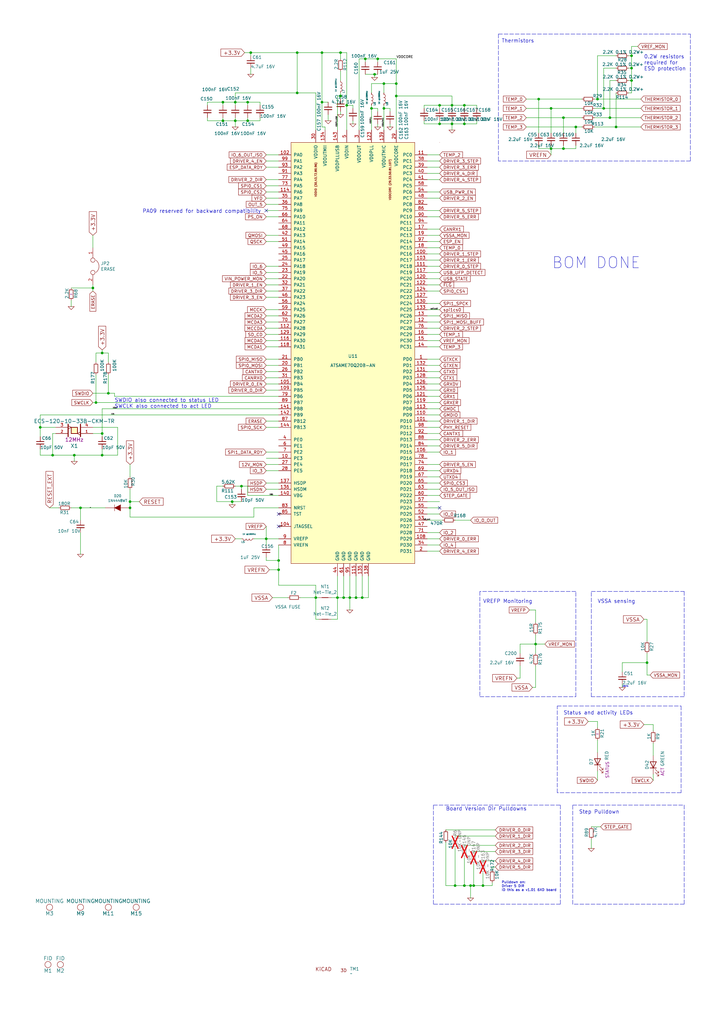
<source format=kicad_sch>
(kicad_sch (version 20231120) (generator "eeschema") (generator_version "8.0")
  (paper "A3" portrait)
  (title_block (title "Duet 3 Main Board 6XD") (date "2023-02-22") (rev "1.01") (company "Duet3d") (comment 1 "(c) Duet3D"))
  (junction (at 162.56 34.29))
  (junction (at 226.06 44.45))
  (junction (at 132.08 21.59))
  (junction (at 114.3 233.68))
  (junction (at 180.34 43.18))
  (junction (at 109.22 220.98))
  (junction (at 114.3 229.87))
  (junction (at 157.48 34.29))
  (junction (at 101.6 41.91))
  (junction (at 95.25 205.74))
  (junction (at 33.02 208.28))
  (junction (at 41.91 177.8))
  (junction (at 226.06 60.96))
  (junction (at 247.65 44.45))
  (junction (at 146.05 245.11))
  (junction (at 53.34 205.74))
  (junction (at 219.71 264.16))
  (junction (at 140.97 245.11))
  (junction (at 142.24 43.18))
  (junction (at 265.43 271.78))
  (junction (at 198.12 363.22))
  (junction (at 44.45 161.29))
  (junction (at 91.44 49.53))
  (junction (at 231.14 60.96))
  (junction (at 193.04 363.22))
  (junction (at 143.51 245.11))
  (junction (at 152.4 44.45))
  (junction (at 190.5 43.18))
  (junction (at 102.87 21.59))
  (junction (at 190.5 50.8))
  (junction (at 53.34 208.28))
  (junction (at 96.52 49.53))
  (junction (at 38.1 118.11))
  (junction (at 30.48 186.69))
  (junction (at 41.91 144.78))
  (junction (at 138.43 245.11))
  (junction (at 190.5 363.22))
  (junction (at 185.42 43.18))
  (junction (at 153.67 30.48))
  (junction (at 157.48 44.45))
  (junction (at 101.6 49.53))
  (junction (at 96.52 41.91))
  (junction (at 121.92 21.59))
  (junction (at 41.91 186.69))
  (junction (at 132.08 41.91))
  (junction (at 21.59 186.69))
  (junction (at 245.11 40.64))
  (junction (at 99.06 199.39))
  (junction (at 121.92 38.1))
  (junction (at 194.31 363.22))
  (junction (at 180.34 50.8))
  (junction (at 129.54 245.11))
  (junction (at 252.73 52.07))
  (junction (at 236.22 52.07))
  (junction (at 259.08 27.94))
  (junction (at 154.94 24.13))
  (junction (at 139.7 21.59))
  (junction (at 259.08 33.02))
  (junction (at 220.98 40.64))
  (junction (at 139.7 39.37))
  (junction (at 250.19 48.26))
  (junction (at 162.56 39.37))
  (junction (at 259.08 22.86))
  (junction (at 185.42 50.8))
  (junction (at 149.86 24.13))
  (junction (at 39.37 165.1))
  (junction (at 16.51 175.26))
  (junction (at 148.59 245.11))
  (junction (at 231.14 48.26))
  (junction (at 186.69 363.22))
  (junction (at 91.44 41.91))
  (no_connect (at 109.22 86.36))
  (no_connect (at 114.3 215.9))
  (no_connect (at 114.3 210.82))
  (no_connect (at 180.34 208.28))
  (wire (pts (xy 236.22 52.07) (xy 238.76 52.07)))
  (wire (pts (xy 153.67 30.48) (xy 149.86 30.48)))
  (wire (pts (xy 180.34 71.12) (xy 175.26 71.12)))
  (wire (pts (xy 186.69 213.36) (xy 193.04 213.36)))
  (wire (pts (xy 138.43 39.37) (xy 138.43 53.34)))
  (wire (pts (xy 138.43 245.11) (xy 138.43 236.22)))
  (polyline (pts (xy 204.47 13.97) (xy 283.21 13.97)) (stroke (width 0) (type dash)))
  (wire (pts (xy 231.14 60.96) (xy 236.22 60.96)))
  (wire (pts (xy 219.71 281.94) (xy 218.44 281.94)))
  (wire (pts (xy 250.19 48.26) (xy 262.89 48.26)))
  (polyline (pts (xy 283.21 66.04) (xy 204.47 66.04)) (stroke (width 0) (type dash)))
  (wire (pts (xy 180.34 68.58) (xy 175.26 68.58)))
  (polyline (pts (xy 229.87 370.84) (xy 177.8 370.84)) (stroke (width 0) (type dash)))
  (wire (pts (xy 16.51 186.69) (xy 16.51 184.15)))
  (wire (pts (xy 153.67 31.75) (xy 153.67 30.48)))
  (wire (pts (xy 109.22 83.82) (xy 114.3 83.82)))
  (wire (pts (xy 238.76 40.64) (xy 220.98 40.64)))
  (wire (pts (xy 186.69 347.98) (xy 186.69 363.22)))
  (wire (pts (xy 186.69 363.22) (xy 190.5 363.22)))
  (wire (pts (xy 160.02 52.07) (xy 160.02 50.8)))
  (wire (pts (xy 109.22 185.42) (xy 114.3 185.42)))
  (wire (pts (xy 152.4 43.18) (xy 152.4 44.45)))
  (wire (pts (xy 226.06 60.96) (xy 220.98 60.96)))
  (wire (pts (xy 201.93 356.87) (xy 201.93 355.6)))
  (wire (pts (xy 259.08 19.05) (xy 261.62 19.05)))
  (wire (pts (xy 154.94 44.45) (xy 152.4 44.45)))
  (polyline (pts (xy 236.22 242.57) (xy 196.85 242.57)) (stroke (width 0) (type dash)))
  (wire (pts (xy 139.7 46.99) (xy 139.7 45.72)))
  (wire (pts (xy 243.84 40.64) (xy 245.11 40.64)))
  (wire (pts (xy 96.52 199.39) (xy 99.06 199.39)))
  (wire (pts (xy 109.22 157.48) (xy 114.3 157.48)))
  (wire (pts (xy 175.26 124.46) (xy 180.34 124.46)))
  (wire (pts (xy 38.1 119.38) (xy 38.1 118.11)))
  (wire (pts (xy 215.9 44.45) (xy 226.06 44.45)))
  (polyline (pts (xy 204.47 13.97) (xy 204.47 66.04)) (stroke (width 0) (type dash)))
  (wire (pts (xy 180.34 226.06) (xy 175.26 226.06)))
  (wire (pts (xy 231.14 60.96) (xy 231.14 59.69)))
  (wire (pts (xy 162.56 24.13) (xy 154.94 24.13)))
  (polyline (pts (xy 196.85 242.57) (xy 196.85 285.75)) (stroke (width 0) (type dash)))
  (wire (pts (xy 180.34 43.18) (xy 173.99 43.18)))
  (wire (pts (xy 114.3 132.08) (xy 109.22 132.08)))
  (wire (pts (xy 109.22 88.9) (xy 114.3 88.9)))
  (wire (pts (xy 33.02 208.28) (xy 43.18 208.28)))
  (wire (pts (xy 114.3 139.7) (xy 109.22 139.7)))
  (wire (pts (xy 160.02 44.45) (xy 157.48 44.45)))
  (wire (pts (xy 180.34 109.22) (xy 175.26 109.22)))
  (wire (pts (xy 91.44 49.53) (xy 85.09 49.53)))
  (wire (pts (xy 114.3 76.2) (xy 109.22 76.2)))
  (wire (pts (xy 226.06 60.96) (xy 226.06 59.69)))
  (polyline (pts (xy 279.4 289.56) (xy 279.4 325.12)) (stroke (width 0) (type dash)))
  (wire (pts (xy 215.9 52.07) (xy 236.22 52.07)))
  (wire (pts (xy 102.87 22.86) (xy 102.87 21.59)))
  (wire (pts (xy 104.14 208.28) (xy 114.3 208.28)))
  (polyline (pts (xy 280.67 330.2) (xy 280.67 370.84)) (stroke (width 0) (type dash)))
  (wire (pts (xy 22.86 177.8) (xy 21.59 177.8)))
  (wire (pts (xy 175.26 167.64) (xy 180.34 167.64)))
  (polyline (pts (xy 177.8 330.2) (xy 229.87 330.2)) (stroke (width 0) (type dash)))
  (wire (pts (xy 21.59 177.8) (xy 21.59 186.69)))
  (wire (pts (xy 175.26 208.28) (xy 180.34 208.28)))
  (wire (pts (xy 91.44 41.91) (xy 85.09 41.91)))
  (wire (pts (xy 148.59 245.11) (xy 151.13 245.11)))
  (wire (pts (xy 193.04 363.22) (xy 194.31 363.22)))
  (wire (pts (xy 109.22 73.66) (xy 114.3 73.66)))
  (wire (pts (xy 259.08 33.02) (xy 259.08 38.1)))
  (wire (pts (xy 102.87 27.94) (xy 102.87 30.48)))
  (wire (pts (xy 180.34 101.6) (xy 175.26 101.6)))
  (wire (pts (xy 175.26 162.56) (xy 180.34 162.56)))
  (wire (pts (xy 247.65 44.45) (xy 262.89 44.45)))
  (wire (pts (xy 109.22 229.87) (xy 114.3 229.87)))
  (wire (pts (xy 259.08 19.05) (xy 259.08 22.86)))
  (polyline (pts (xy 283.21 13.97) (xy 283.21 66.04)) (stroke (width 0) (type dash)))
  (wire (pts (xy 109.22 215.9) (xy 109.22 220.98)))
  (wire (pts (xy 139.7 38.1) (xy 139.7 39.37)))
  (wire (pts (xy 190.5 351.79) (xy 190.5 363.22)))
  (wire (pts (xy 175.26 220.98) (xy 180.34 220.98)))
  (wire (pts (xy 195.58 44.45) (xy 195.58 43.18)))
  (wire (pts (xy 190.5 44.45) (xy 190.5 43.18)))
  (wire (pts (xy 180.34 132.08) (xy 175.26 132.08)))
  (wire (pts (xy 201.93 355.6) (xy 203.2 355.6)))
  (wire (pts (xy 175.26 149.86) (xy 180.34 149.86)))
  (wire (pts (xy 16.51 170.18) (xy 16.51 175.26)))
  (wire (pts (xy 123.19 245.11) (xy 129.54 245.11)))
  (wire (pts (xy 180.34 44.45) (xy 180.34 43.18)))
  (wire (pts (xy 246.38 339.09) (xy 242.57 339.09)))
  (wire (pts (xy 190.5 50.8) (xy 190.5 49.53)))
  (wire (pts (xy 252.73 52.07) (xy 262.89 52.07)))
  (wire (pts (xy 267.97 317.5) (xy 267.97 320.04)))
  (wire (pts (xy 109.22 160.02) (xy 114.3 160.02)))
  (wire (pts (xy 180.34 104.14) (xy 175.26 104.14)))
  (wire (pts (xy 104.14 208.28) (xy 104.14 212.09)))
  (wire (pts (xy 267.97 297.18) (xy 267.97 299.72)))
  (wire (pts (xy 33.02 218.44) (xy 33.02 227.33)))
  (wire (pts (xy 194.31 363.22) (xy 198.12 363.22)))
  (wire (pts (xy 38.1 175.26) (xy 48.26 175.26)))
  (polyline (pts (xy 196.85 285.75) (xy 236.22 285.75)) (stroke (width 0) (type dash)))
  (wire (pts (xy 96.52 52.07) (xy 96.52 49.53)))
  (wire (pts (xy 109.22 152.4) (xy 114.3 152.4)))
  (wire (pts (xy 185.42 43.18) (xy 180.34 43.18)))
  (wire (pts (xy 162.56 53.34) (xy 162.56 39.37)))
  (wire (pts (xy 132.08 52.07) (xy 133.35 52.07)))
  (wire (pts (xy 140.97 245.11) (xy 143.51 245.11)))
  (wire (pts (xy 139.7 29.21) (xy 139.7 33.02)))
  (wire (pts (xy 243.84 48.26) (xy 250.19 48.26)))
  (wire (pts (xy 104.14 220.98) (xy 109.22 220.98)))
  (polyline (pts (xy 229.87 330.2) (xy 229.87 370.84)) (stroke (width 0) (type dash)))
  (wire (pts (xy 213.36 267.97) (xy 213.36 264.16)))
  (wire (pts (xy 114.3 223.52) (xy 114.3 229.87)))
  (wire (pts (xy 149.86 24.13) (xy 149.86 25.4)))
  (wire (pts (xy 38.1 96.52) (xy 38.1 101.6)))
  (wire (pts (xy 175.26 165.1) (xy 180.34 165.1)))
  (wire (pts (xy 129.54 245.11) (xy 130.81 245.11)))
  (wire (pts (xy 180.34 190.5) (xy 175.26 190.5)))
  (wire (pts (xy 99.06 199.39) (xy 99.06 200.66)))
  (wire (pts (xy 96.52 49.53) (xy 96.52 48.26)))
  (wire (pts (xy 236.22 54.61) (xy 236.22 52.07)))
  (wire (pts (xy 96.52 49.53) (xy 101.6 49.53)))
  (wire (pts (xy 215.9 48.26) (xy 231.14 48.26)))
  (wire (pts (xy 143.51 245.11) (xy 143.51 236.22)))
  (wire (pts (xy 215.9 40.64) (xy 220.98 40.64)))
  (wire (pts (xy 46.99 161.29) (xy 44.45 161.29)))
  (wire (pts (xy 95.25 207.01) (xy 95.25 205.74)))
  (wire (pts (xy 149.86 24.13) (xy 147.32 24.13)))
  (wire (pts (xy 48.26 186.69) (xy 41.91 186.69)))
  (wire (pts (xy 185.42 39.37) (xy 185.42 43.18)))
  (wire (pts (xy 109.22 190.5) (xy 114.3 190.5)))
  (wire (pts (xy 257.81 22.86) (xy 259.08 22.86)))
  (wire (pts (xy 96.52 43.18) (xy 96.52 41.91)))
  (wire (pts (xy 41.91 186.69) (xy 41.91 184.15)))
  (wire (pts (xy 212.09 278.13) (xy 213.36 278.13)))
  (wire (pts (xy 265.43 276.86) (xy 266.7 276.86)))
  (wire (pts (xy 114.3 240.03) (xy 129.54 240.03)))
  (wire (pts (xy 109.22 66.04) (xy 114.3 66.04)))
  (wire (pts (xy 111.76 245.11) (xy 118.11 245.11)))
  (wire (pts (xy 175.26 154.94) (xy 180.34 154.94)))
  (wire (pts (xy 252.73 52.07) (xy 243.84 52.07)))
  (wire (pts (xy 245.11 40.64) (xy 262.89 40.64)))
  (wire (pts (xy 259.08 22.86) (xy 259.08 27.94)))
  (wire (pts (xy 180.34 106.68) (xy 175.26 106.68)))
  (wire (pts (xy 109.22 187.96) (xy 114.3 187.96)))
  (wire (pts (xy 153.67 30.48) (xy 154.94 30.48)))
  (polyline (pts (xy 234.95 330.2) (xy 280.67 330.2)) (stroke (width 0) (type dash)))
  (wire (pts (xy 53.34 212.09) (xy 53.34 208.28)))
  (wire (pts (xy 175.26 200.66) (xy 180.34 200.66)))
  (wire (pts (xy 173.99 43.18) (xy 173.99 44.45)))
  (wire (pts (xy 180.34 223.52) (xy 175.26 223.52)))
  (wire (pts (xy 114.3 142.24) (xy 109.22 142.24)))
  (wire (pts (xy 180.34 203.2) (xy 175.26 203.2)))
  (wire (pts (xy 132.08 41.91) (xy 132.08 21.59)))
  (wire (pts (xy 41.91 179.07) (xy 41.91 177.8)))
  (wire (pts (xy 257.81 27.94) (xy 259.08 27.94)))
  (wire (pts (xy 180.34 88.9) (xy 175.26 88.9)))
  (wire (pts (xy 175.26 175.26) (xy 180.34 175.26)))
  (wire (pts (xy 91.44 48.26) (xy 91.44 49.53)))
  (wire (pts (xy 144.78 44.45) (xy 144.78 43.18)))
  (wire (pts (xy 219.71 273.05) (xy 219.71 281.94)))
  (wire (pts (xy 132.08 21.59) (xy 139.7 21.59)))
  (wire (pts (xy 85.09 41.91) (xy 85.09 43.18)))
  (wire (pts (xy 129.54 245.11) (xy 129.54 254)))
  (wire (pts (xy 195.58 50.8) (xy 195.58 49.53)))
  (wire (pts (xy 220.98 54.61) (xy 220.98 40.64)))
  (wire (pts (xy 185.42 50.8) (xy 185.42 49.53)))
  (wire (pts (xy 180.34 129.54) (xy 175.26 129.54)))
  (wire (pts (xy 154.94 52.07) (xy 154.94 50.8)))
  (wire (pts (xy 104.14 212.09) (xy 53.34 212.09)))
  (wire (pts (xy 157.48 44.45) (xy 157.48 53.34)))
  (wire (pts (xy 175.26 195.58) (xy 180.34 195.58)))
  (wire (pts (xy 175.26 147.32) (xy 180.34 147.32)))
  (wire (pts (xy 175.26 213.36) (xy 181.61 213.36)))
  (wire (pts (xy 91.44 43.18) (xy 91.44 41.91)))
  (wire (pts (xy 175.26 81.28) (xy 180.34 81.28)))
  (wire (pts (xy 148.59 245.11) (xy 148.59 236.22)))
  (wire (pts (xy 175.26 99.06) (xy 180.34 99.06)))
  (wire (pts (xy 220.98 60.96) (xy 220.98 59.69)))
  (wire (pts (xy 114.3 96.52) (xy 109.22 96.52)))
  (wire (pts (xy 267.97 304.8) (xy 267.97 309.88)))
  (wire (pts (xy 264.16 297.18) (xy 267.97 297.18)))
  (wire (pts (xy 29.21 123.19) (xy 29.21 125.73)))
  (wire (pts (xy 223.52 264.16) (xy 219.71 264.16)))
  (wire (pts (xy 180.34 137.16) (xy 175.26 137.16)))
  (wire (pts (xy 194.31 354.33) (xy 194.31 363.22)))
  (wire (pts (xy 16.51 179.07) (xy 16.51 175.26)))
  (wire (pts (xy 180.34 172.72) (xy 175.26 172.72)))
  (wire (pts (xy 213.36 264.16) (xy 219.71 264.16)))
  (wire (pts (xy 114.3 162.56) (xy 46.99 162.56)))
  (wire (pts (xy 157.48 43.18) (xy 157.48 44.45)))
  (wire (pts (xy 195.58 43.18) (xy 190.5 43.18)))
  (wire (pts (xy 185.42 44.45) (xy 185.42 43.18)))
  (wire (pts (xy 135.89 245.11) (xy 138.43 245.11)))
  (wire (pts (xy 21.59 186.69) (xy 16.51 186.69)))
  (wire (pts (xy 33.02 208.28) (xy 33.02 213.36)))
  (wire (pts (xy 154.94 24.13) (xy 154.94 25.4)))
  (wire (pts (xy 255.27 281.94) (xy 255.27 280.67)))
  (wire (pts (xy 252.73 38.1) (xy 252.73 52.07)))
  (wire (pts (xy 38.1 118.11) (xy 38.1 116.84)))
  (wire (pts (xy 106.68 43.18) (xy 106.68 41.91)))
  (wire (pts (xy 101.6 203.2) (xy 101.6 199.39)))
  (wire (pts (xy 198.12 353.06) (xy 203.2 353.06)))
  (wire (pts (xy 175.26 63.5) (xy 180.34 63.5)))
  (wire (pts (xy 101.6 49.53) (xy 106.68 49.53)))
  (polyline (pts (xy 280.67 285.75) (xy 242.57 285.75)) (stroke (width 0) (type dash)))
  (wire (pts (xy 143.51 245.11) (xy 146.05 245.11)))
  (wire (pts (xy 16.51 175.26) (xy 22.86 175.26)))
  (wire (pts (xy 146.05 245.11) (xy 146.05 236.22)))
  (wire (pts (xy 133.35 52.07) (xy 133.35 53.34)))
  (wire (pts (xy 190.5 43.18) (xy 185.42 43.18)))
  (wire (pts (xy 96.52 220.98) (xy 99.06 220.98)))
  (wire (pts (xy 180.34 50.8) (xy 173.99 50.8)))
  (wire (pts (xy 180.34 93.98) (xy 175.26 93.98)))
  (wire (pts (xy 180.34 134.62) (xy 175.26 134.62)))
  (wire (pts (xy 180.34 119.38) (xy 175.26 119.38)))
  (wire (pts (xy 134.62 49.53) (xy 134.62 46.99)))
  (wire (pts (xy 109.22 172.72) (xy 114.3 172.72)))
  (wire (pts (xy 85.09 49.53) (xy 85.09 48.26)))
  (wire (pts (xy 114.3 233.68) (xy 114.3 240.03)))
  (wire (pts (xy 39.37 153.67) (xy 39.37 165.1)))
  (wire (pts (xy 88.9 199.39) (xy 88.9 205.74)))
  (wire (pts (xy 109.22 86.36) (xy 114.3 86.36)))
  (wire (pts (xy 114.3 165.1) (xy 39.37 165.1)))
  (wire (pts (xy 109.22 193.04) (xy 114.3 193.04)))
  (polyline (pts (xy 228.6 325.12) (xy 228.6 289.56)) (stroke (width 0) (type dash)))
  (wire (pts (xy 180.34 49.53) (xy 180.34 50.8)))
  (wire (pts (xy 190.5 363.22) (xy 193.04 363.22)))
  (wire (pts (xy 180.34 142.24) (xy 175.26 142.24)))
  (wire (pts (xy 265.43 254) (xy 265.43 262.89)))
  (wire (pts (xy 252.73 22.86) (xy 245.11 22.86)))
  (wire (pts (xy 154.94 45.72) (xy 154.94 44.45)))
  (wire (pts (xy 143.51 245.11) (xy 143.51 250.19)))
  (wire (pts (xy 114.3 203.2) (xy 101.6 203.2)))
  (polyline (pts (xy 228.6 289.56) (xy 279.4 289.56)) (stroke (width 0) (type dash)))
  (wire (pts (xy 219.71 260.35) (xy 219.71 264.16)))
  (wire (pts (xy 157.48 34.29) (xy 157.48 38.1)))
  (polyline (pts (xy 280.67 242.57) (xy 280.67 285.75)) (stroke (width 0) (type dash)))
  (wire (pts (xy 226.06 60.96) (xy 231.14 60.96)))
  (wire (pts (xy 30.48 186.69) (xy 41.91 186.69)))
  (wire (pts (xy 53.34 205.74) (xy 53.34 208.28)))
  (wire (pts (xy 114.3 220.98) (xy 109.22 220.98)))
  (wire (pts (xy 29.21 118.11) (xy 38.1 118.11)))
  (wire (pts (xy 109.22 154.94) (xy 114.3 154.94)))
  (wire (pts (xy 109.22 111.76) (xy 114.3 111.76)))
  (polyline (pts (xy 177.8 370.84) (xy 177.8 330.2)) (stroke (width 0) (type dash)))
  (wire (pts (xy 101.6 41.91) (xy 96.52 41.91)))
  (wire (pts (xy 44.45 153.67) (xy 44.45 161.29)))
  (polyline (pts (xy 236.22 285.75) (xy 236.22 242.57)) (stroke (width 0) (type dash)))
  (polyline (pts (xy 242.57 285.75) (xy 242.57 242.57)) (stroke (width 0) (type dash)))
  (wire (pts (xy 265.43 271.78) (xy 265.43 276.86)))
  (wire (pts (xy 140.97 245.11) (xy 140.97 236.22)))
  (wire (pts (xy 53.34 200.66) (xy 53.34 205.74)))
  (wire (pts (xy 226.06 44.45) (xy 238.76 44.45)))
  (wire (pts (xy 154.94 24.13) (xy 149.86 24.13)))
  (wire (pts (xy 175.26 114.3) (xy 180.34 114.3)))
  (wire (pts (xy 203.2 349.25) (xy 194.31 349.25)))
  (wire (pts (xy 180.34 78.74) (xy 175.26 78.74)))
  (wire (pts (xy 138.43 254) (xy 138.43 245.11)))
  (wire (pts (xy 198.12 363.22) (xy 201.93 363.22)))
  (wire (pts (xy 134.62 41.91) (xy 132.08 41.91)))
  (wire (pts (xy 129.54 53.34) (xy 129.54 38.1)))
  (wire (pts (xy 152.4 34.29) (xy 157.48 34.29)))
  (polyline (pts (xy 279.4 325.12) (xy 228.6 325.12)) (stroke (width 0) (type dash)))
  (wire (pts (xy 39.37 144.78) (xy 41.91 144.78)))
  (wire (pts (xy 162.56 39.37) (xy 185.42 39.37)))
  (wire (pts (xy 139.7 39.37) (xy 139.7 40.64)))
  (wire (pts (xy 180.34 198.12) (xy 175.26 198.12)))
  (polyline (pts (xy 242.57 242.57) (xy 280.67 242.57)) (stroke (width 0) (type dash)))
  (wire (pts (xy 198.12 358.14) (xy 198.12 363.22)))
  (wire (pts (xy 219.71 250.19) (xy 219.71 255.27)))
  (wire (pts (xy 245.11 22.86) (xy 245.11 40.64)))
  (wire (pts (xy 109.22 81.28) (xy 114.3 81.28)))
  (wire (pts (xy 175.26 177.8) (xy 180.34 177.8)))
  (wire (pts (xy 144.78 50.8) (xy 144.78 49.53)))
  (wire (pts (xy 190.5 50.8) (xy 195.58 50.8)))
  (wire (pts (xy 245.11 303.53) (xy 245.11 308.61)))
  (wire (pts (xy 265.43 267.97) (xy 265.43 271.78)))
  (wire (pts (xy 162.56 34.29) (xy 157.48 34.29)))
  (wire (pts (xy 257.81 33.02) (xy 259.08 33.02)))
  (wire (pts (xy 109.22 200.66) (xy 114.3 200.66)))
  (wire (pts (xy 180.34 86.36) (xy 175.26 86.36)))
  (wire (pts (xy 106.68 41.91) (xy 101.6 41.91)))
  (wire (pts (xy 142.24 21.59) (xy 142.24 43.18)))
  (wire (pts (xy 245.11 295.91) (xy 245.11 298.45)))
  (wire (pts (xy 109.22 137.16) (xy 114.3 137.16)))
  (wire (pts (xy 138.43 245.11) (xy 140.97 245.11)))
  (wire (pts (xy 109.22 63.5) (xy 114.3 63.5)))
  (wire (pts (xy 231.14 54.61) (xy 231.14 48.26)))
  (wire (pts (xy 109.22 228.6) (xy 109.22 229.87)))
  (wire (pts (xy 182.88 363.22) (xy 186.69 363.22)))
  (wire (pts (xy 250.19 33.02) (xy 250.19 48.26)))
  (wire (pts (xy 252.73 33.02) (xy 250.19 33.02)))
  (wire (pts (xy 180.34 73.66) (xy 175.26 73.66)))
  (wire (pts (xy 236.22 60.96) (xy 236.22 59.69)))
  (wire (pts (xy 41.91 143.51) (xy 41.91 144.78)))
  (wire (pts (xy 109.22 149.86) (xy 114.3 149.86)))
  (wire (pts (xy 129.54 254) (xy 130.81 254)))
  (wire (pts (xy 114.3 99.06) (xy 109.22 99.06)))
  (wire (pts (xy 217.17 250.19) (xy 219.71 250.19)))
  (wire (pts (xy 226.06 54.61) (xy 226.06 44.45)))
  (wire (pts (xy 180.34 116.84) (xy 175.26 116.84)))
  (wire (pts (xy 30.48 186.69) (xy 21.59 186.69)))
  (wire (pts (xy 203.2 346.71) (xy 190.5 346.71)))
  (wire (pts (xy 185.42 50.8) (xy 190.5 50.8)))
  (wire (pts (xy 139.7 39.37) (xy 138.43 39.37)))
  (wire (pts (xy 139.7 21.59) (xy 142.24 21.59)))
  (wire (pts (xy 88.9 199.39) (xy 91.44 199.39)))
  (wire (pts (xy 57.15 205.74) (xy 53.34 205.74)))
  (wire (pts (xy 151.13 245.11) (xy 151.13 236.22)))
  (wire (pts (xy 41.91 177.8) (xy 41.91 167.64)))
  (wire (pts (xy 241.3 295.91) (xy 245.11 295.91)))
  (wire (pts (xy 193.04 368.3) (xy 193.04 363.22)))
  (wire (pts (xy 109.22 220.98) (xy 109.22 223.52)))
  (wire (pts (xy 44.45 161.29) (xy 38.1 161.29)))
  (wire (pts (xy 109.22 119.38) (xy 114.3 119.38)))
  (wire (pts (xy 175.26 182.88) (xy 180.34 182.88)))
  (wire (pts (xy 20.32 208.28) (xy 24.13 208.28)))
  (wire (pts (xy 152.4 38.1) (xy 152.4 34.29)))
  (wire (pts (xy 180.34 218.44) (xy 175.26 218.44)))
  (wire (pts (xy 44.45 144.78) (xy 44.45 148.59)))
  (wire (pts (xy 39.37 165.1) (xy 38.1 165.1)))
  (wire (pts (xy 121.92 21.59) (xy 132.08 21.59)))
  (wire (pts (xy 265.43 271.78) (xy 255.27 271.78)))
  (wire (pts (xy 213.36 273.05) (xy 213.36 278.13)))
  (wire (pts (xy 29.21 208.28) (xy 33.02 208.28)))
  (wire (pts (xy 132.08 41.91) (xy 132.08 52.07)))
  (wire (pts (xy 219.71 264.16) (xy 219.71 267.97)))
  (wire (pts (xy 146.05 245.11) (xy 148.59 245.11)))
  (wire (pts (xy 101.6 199.39) (xy 99.06 199.39)))
  (wire (pts (xy 245.11 316.23) (xy 245.11 320.04)))
  (wire (pts (xy 102.87 21.59) (xy 121.92 21.59)))
  (wire (pts (xy 247.65 27.94) (xy 247.65 44.45)))
  (wire (pts (xy 180.34 96.52) (xy 175.26 96.52)))
  (wire (pts (xy 53.34 190.5) (xy 53.34 195.58)))
  (wire (pts (xy 173.99 50.8) (xy 173.99 49.53)))
  (wire (pts (xy 201.93 363.22) (xy 201.93 361.95)))
  (wire (pts (xy 175.26 180.34) (xy 180.34 180.34)))
  (wire (pts (xy 226.06 60.96) (xy 226.06 63.5)))
  (wire (pts (xy 252.73 27.94) (xy 247.65 27.94)))
  (wire (pts (xy 129.54 240.03) (xy 129.54 245.11)))
  (wire (pts (xy 95.25 205.74) (xy 99.06 205.74)))
  (wire (pts (xy 109.22 121.92) (xy 114.3 121.92)))
  (wire (pts (xy 182.88 345.44) (xy 182.88 363.22)))
  (wire (pts (xy 101.6 43.18) (xy 101.6 41.91)))
  (wire (pts (xy 180.34 127) (xy 175.26 127)))
  (wire (pts (xy 180.34 210.82) (xy 175.26 210.82)))
  (wire (pts (xy 142.24 43.18) (xy 142.24 53.34)))
  (wire (pts (xy 259.08 27.94) (xy 259.08 33.02)))
  (wire (pts (xy 162.56 34.29) (xy 162.56 24.13)))
  (wire (pts (xy 175.26 193.04) (xy 180.34 193.04)))
  (wire (pts (xy 152.4 44.45) (xy 152.4 53.34)))
  (wire (pts (xy 175.26 152.4) (xy 180.34 152.4)))
  (polyline (pts (xy 234.95 370.84) (xy 234.95 330.2)) (stroke (width 0) (type dash)))
  (wire (pts (xy 231.14 48.26) (xy 238.76 48.26)))
  (wire (pts (xy 182.88 340.36) (xy 203.2 340.36)))
  (wire (pts (xy 147.32 24.13) (xy 147.32 53.34)))
  (wire (pts (xy 255.27 271.78) (xy 255.27 275.59)))
  (wire (pts (xy 96.52 41.91) (xy 91.44 41.91)))
  (wire (pts (xy 30.48 189.23) (xy 30.48 186.69)))
  (wire (pts (xy 175.26 185.42) (xy 180.34 185.42)))
  (wire (pts (xy 88.9 205.74) (xy 95.25 205.74)))
  (wire (pts (xy 180.34 205.74) (xy 175.26 205.74)))
  (wire (pts (xy 129.54 38.1) (xy 121.92 38.1)))
  (wire (pts (xy 175.26 170.18) (xy 180.34 170.18)))
  (wire (pts (xy 114.3 78.74) (xy 109.22 78.74)))
  (wire (pts (xy 16.51 170.18) (xy 114.3 170.18)))
  (wire (pts (xy 121.92 38.1) (xy 96.52 38.1)))
  (wire (pts (xy 46.99 162.56) (xy 46.99 161.29)))
  (polyline (pts (xy 280.67 370.84) (xy 234.95 370.84)) (stroke (width 0) (type dash)))
  (wire (pts (xy 110.49 233.68) (xy 114.3 233.68)))
  (wire (pts (xy 185.42 50.8) (xy 180.34 50.8)))
  (wire (pts (xy 242.57 344.17) (xy 242.57 347.98)))
  (wire (pts (xy 139.7 24.13) (xy 139.7 21.59)))
  (wire (pts (xy 162.56 39.37) (xy 162.56 34.29)))
  (wire (pts (xy 114.3 147.32) (xy 109.22 147.32)))
  (wire (pts (xy 121.92 38.1) (xy 121.92 21.59)))
  (wire (pts (xy 144.78 43.18) (xy 142.24 43.18)))
  (wire (pts (xy 114.3 175.26) (xy 109.22 175.26)))
  (wire (pts (xy 135.89 254) (xy 138.43 254)))
  (wire (pts (xy 185.42 53.34) (xy 185.42 50.8)))
  (wire (pts (xy 186.69 342.9) (xy 203.2 342.9)))
  (wire (pts (xy 39.37 144.78) (xy 39.37 148.59)))
  (wire (pts (xy 96.52 38.1) (xy 96.52 41.91)))
  (wire (pts (xy 41.91 177.8) (xy 38.1 177.8)))
  (wire (pts (xy 109.22 109.22) (xy 114.3 109.22)))
  (wire (pts (xy 264.16 254) (xy 265.43 254)))
  (wire (pts (xy 106.68 49.53) (xy 106.68 48.26)))
  (wire (pts (xy 114.3 134.62) (xy 109.22 134.62)))
  (wire (pts (xy 257.81 38.1) (xy 259.08 38.1)))
  (wire (pts (xy 243.84 44.45) (xy 247.65 44.45)))
  (wire (pts (xy 175.26 160.02) (xy 180.34 160.02)))
  (wire (pts (xy 48.26 175.26) (xy 48.26 186.69)))
  (wire (pts (xy 114.3 114.3) (xy 109.22 114.3)))
  (wire (pts (xy 102.87 21.59) (xy 100.33 21.59)))
  (wire (pts (xy 41.91 167.64) (xy 114.3 167.64)))
  (wire (pts (xy 160.02 45.72) (xy 160.02 44.45)))
  (wire (pts (xy 101.6 49.53) (xy 101.6 48.26)))
  (wire (pts (xy 114.3 127) (xy 109.22 127)))
  (wire (pts (xy 109.22 116.84) (xy 114.3 116.84)))
  (wire (pts (xy 180.34 111.76) (xy 175.26 111.76)))
  (wire (pts (xy 180.34 66.04) (xy 175.26 66.04)))
  (wire (pts (xy 96.52 49.53) (xy 91.44 49.53)))
  (wire (pts (xy 109.22 68.58) (xy 114.3 68.58)))
  (wire (pts (xy 109.22 198.12) (xy 114.3 198.12)))
  (wire (pts (xy 114.3 229.87) (xy 114.3 233.68)))
  (wire (pts (xy 114.3 129.54) (xy 109.22 129.54)))
  (wire (pts (xy 41.91 144.78) (xy 44.45 144.78)))
  (wire (pts (xy 180.34 139.7) (xy 175.26 139.7)))
  (wire (pts (xy 175.26 157.48) (xy 180.34 157.48)))
  (text "Thermistors\n" (at 205.74 17.78 0) (effects (font (size 1.524 1.524)) (justify left bottom)))
  (text "VREFP Monitoring" (at 198.12 247.65 0) (effects (font (size 1.524 1.524)) (justify left bottom)))
  (text "PA09 reserved for backward compatibility" (at 58.42 87.63 0) (effects (font (size 1.524 1.524)) (justify left bottom)))
  (text "BOM DONE\n" (at 244.602 107.95 0) (effects (font (size 4.572 4.572))))
  (text "0.2W resistors\nrequired for\nESD protection" (at 264.16 29.21 0) (effects (font (size 1.524 1.524)) (justify left bottom)))
  (text "VSSA sensing\n" (at 245.11 247.65 0) (effects (font (size 1.524 1.524)) (justify left bottom)))
  (text "SWDIO also connected to status LED\nSWCLK also connected to act LED" (at 46.99 167.64 0) (effects (font (size 1.524 1.524)) (justify left bottom)))
  (text "VREFN" (at 255.27 281.94 0) (effects (font (size 0.508 0.508)) (justify left bottom)))
  (text "Status and activity LEDs" (at 231.14 293.37 0) (effects (font (size 1.524 1.524)) (justify left bottom)))
  (text "Board Version Dir Pulldowns" (at 182.88 332.74 0) (effects (font (size 1.524 1.524)) (justify left bottom)))
  (text "Pulldown on:\nDriver 5 DIR\nID this as a v1.01 6XD board" (at 205.74 365.76 0) (effects (font (size 0.9906 0.9906)) (justify left bottom)))
  (text "Step Pulldown" (at 237.49 334.01 0) (effects (font (size 1.524 1.524)) (justify left bottom)))
  (label "VDDPLLUSB" (at 138.43 52.07 90) (effects (font (size 0.508 0.508))))
  (label "XOUT" (at 48.26 167.64 180) (effects (font (size 0.508 0.508))))
  (label "rst" (at 36.83 208.28 0) (effects (font (size 0.2032 0.2032))))
  (label "VBG" (at 110.49 203.2 0) (effects (font (size 0.508 0.508))))
  (label "spi1cs0" (at 176.53 127 0) (effects (font (size 0.508 0.508))))
  (label "VDDPLL" (at 152.4 50.8 90) (effects (font (size 0.508 0.508))))
  (label "NC_TST" (at 114.3 210.82 0) (effects (font (size 0.2032 0.2032))))
  (label "XIN" (at 46.99 170.18 180) (effects (font (size 0.508 0.508))))
  (label "io0_out" (at 176.53 213.36 180) (effects (font (size 0.508 0.508))))
  (label "VDDUTMIC" (at 157.48 52.07 90) (effects (font (size 0.508 0.508))))
  (label "VDDCORE" (at 162.56 24.13 0) (effects (font (size 0.9906 0.9906))))
  (label "NC_JSEL" (at 114.3 215.9 0) (effects (font (size 0.2032 0.2032))))
  (global_label "DRIVER_5_DIR" (shape input) (at 180.34 182.88 0) (property "Intersheetrefs" "${INTERSHEET_REFS}" (effects (hide yes))))
  (global_label "VSSA" (shape input) (at 111.76 245.11 180) (effects (font (size 1.524 1.524))) (property "Intersheetrefs" "${INTERSHEET_REFS}" (effects (hide yes))))
  (global_label "DRIVER_3_ERR" (shape input) (at 180.34 68.58 0) (property "Intersheetrefs" "${INTERSHEET_REFS}" (effects (hide yes))))
  (global_label "+3.3V" (shape input) (at 38.1 96.52 90) (effects (font (size 1.524 1.524))) (property "Intersheetrefs" "${INTERSHEET_REFS}" (effects (hide yes))))
  (global_label "VREFN" (shape input) (at 226.06 63.5 180) (effects (font (size 1.524 1.524))) (property "Intersheetrefs" "${INTERSHEET_REFS}" (effects (hide yes))))
  (global_label "HSDN" (shape input) (at 109.22 200.66 180) (property "Intersheetrefs" "${INTERSHEET_REFS}" (effects (hide yes))))
  (global_label "THERMISTOR_1" (shape input) (at 262.89 44.45 0) (property "Intersheetrefs" "${INTERSHEET_REFS}" (effects (hide yes))))
  (global_label "SPI0_CS4" (shape input) (at 180.34 119.38 0) (property "Intersheetrefs" "${INTERSHEET_REFS}" (effects (hide yes))))
  (global_label "SPI1_DATA_RDY" (shape input) (at 109.22 185.42 180) (property "Intersheetrefs" "${INTERSHEET_REFS}" (effects (hide yes))))
  (global_label "CANRX0" (shape input) (at 109.22 154.94 180) (property "Intersheetrefs" "${INTERSHEET_REFS}" (effects (hide yes))))
  (global_label "DRIVER_2_STEP" (shape input) (at 180.34 134.62 0) (property "Intersheetrefs" "${INTERSHEET_REFS}" (effects (hide yes))))
  (global_label "PS_ON" (shape input) (at 109.22 88.9 180) (property "Intersheetrefs" "${INTERSHEET_REFS}" (effects (hide yes))))
  (global_label "DRIVER_3_DIR" (shape input) (at 109.22 119.38 180) (property "Intersheetrefs" "${INTERSHEET_REFS}" (effects (hide yes))))
  (global_label "USB_STATE" (shape input) (at 180.34 114.3 0) (property "Intersheetrefs" "${INTERSHEET_REFS}" (effects (hide yes))))
  (global_label "VSSA" (shape input) (at 218.44 281.94 180) (effects (font (size 1.524 1.524))) (property "Intersheetrefs" "${INTERSHEET_REFS}" (effects (hide yes))))
  (global_label "RESET" (shape input) (at 57.15 205.74 0) (effects (font (size 1.524 1.524))) (property "Intersheetrefs" "${INTERSHEET_REFS}" (effects (hide yes))))
  (global_label "VSSA_MON" (shape input) (at 180.34 96.52 0) (property "Intersheetrefs" "${INTERSHEET_REFS}" (effects (hide yes))))
  (global_label "GRX0" (shape input) (at 180.34 160.02 0) (property "Intersheetrefs" "${INTERSHEET_REFS}" (effects (hide yes))))
  (global_label "TEMP_2" (shape input) (at 215.9 48.26 180) (property "Intersheetrefs" "${INTERSHEET_REFS}" (effects (hide yes))))
  (global_label "VFD" (shape input) (at 109.22 81.28 180) (property "Intersheetrefs" "${INTERSHEET_REFS}" (effects (hide yes))))
  (global_label "~{FLG}" (shape input) (at 180.34 116.84 0) (property "Intersheetrefs" "${INTERSHEET_REFS}" (effects (hide yes))))
  (global_label "URXD4" (shape input) (at 180.34 193.04 0) (property "Intersheetrefs" "${INTERSHEET_REFS}" (effects (hide yes))))
  (global_label "IO_6_OUT_ISO" (shape input) (at 109.22 63.5 180) (property "Intersheetrefs" "${INTERSHEET_REFS}" (effects (hide yes))))
  (global_label "DRIVER_1_STEP" (shape input) (at 180.34 104.14 0) (property "Intersheetrefs" "${INTERSHEET_REFS}" (effects (hide yes))))
  (global_label "GMDIO" (shape input) (at 180.34 170.18 0) (property "Intersheetrefs" "${INTERSHEET_REFS}" (effects (hide yes))))
  (global_label "SWCLK" (shape input) (at 267.97 320.04 180) (property "Intersheetrefs" "${INTERSHEET_REFS}" (effects (hide yes))))
  (global_label "MCCK" (shape input) (at 109.22 127 180) (property "Intersheetrefs" "${INTERSHEET_REFS}" (effects (hide yes))))
  (global_label "DRIVER_4_EN" (shape input) (at 109.22 66.04 180) (property "Intersheetrefs" "${INTERSHEET_REFS}" (effects (hide yes))))
  (global_label "+3.3V" (shape input) (at 41.91 143.51 90) (effects (font (size 1.524 1.524))) (property "Intersheetrefs" "${INTERSHEET_REFS}" (effects (hide yes))))
  (global_label "GTX1" (shape input) (at 180.34 154.94 0) (property "Intersheetrefs" "${INTERSHEET_REFS}" (effects (hide yes))))
  (global_label "IO_4" (shape input) (at 180.34 223.52 0) (property "Intersheetrefs" "${INTERSHEET_REFS}" (effects (hide yes))))
  (global_label "12V_MON" (shape input) (at 109.22 190.5 180) (property "Intersheetrefs" "${INTERSHEET_REFS}" (effects (hide yes))))
  (global_label "QMOSI" (shape input) (at 109.22 96.52 180) (property "Intersheetrefs" "${INTERSHEET_REFS}" (effects (hide yes))))
  (global_label "+3.3V" (shape input) (at 53.34 190.5 90) (effects (font (size 1.524 1.524))) (property "Intersheetrefs" "${INTERSHEET_REFS}" (effects (hide yes))))
  (global_label "ESP_DATA_RDY" (shape input) (at 109.22 68.58 180) (property "Intersheetrefs" "${INTERSHEET_REFS}" (effects (hide yes))))
  (global_label "USB_UFP_DETECT" (shape input) (at 180.34 111.76 0) (property "Intersheetrefs" "${INTERSHEET_REFS}" (effects (hide yes))))
  (global_label "STEP_GATE" (shape input) (at 246.38 339.09 0) (property "Intersheetrefs" "${INTERSHEET_REFS}" (effects (hide yes))))
  (global_label "VREFN" (shape input) (at 110.49 233.68 180) (effects (font (size 1.524 1.524))) (property "Intersheetrefs" "${INTERSHEET_REFS}" (effects (hide yes))))
  (global_label "TEMP_1" (shape input) (at 215.9 44.45 180) (property "Intersheetrefs" "${INTERSHEET_REFS}" (effects (hide yes))))
  (global_label "VREF_MON" (shape input) (at 180.34 139.7 0) (property "Intersheetrefs" "${INTERSHEET_REFS}" (effects (hide yes))))
  (global_label "MCDA1" (shape input) (at 109.22 142.24 180) (property "Intersheetrefs" "${INTERSHEET_REFS}" (effects (hide yes))))
  (global_label "ERASE" (shape input) (at 109.22 172.72 180) (property "Intersheetrefs" "${INTERSHEET_REFS}" (effects (hide yes))))
  (global_label "DRIVER_3_STEP" (shape input) (at 180.34 66.04 0) (property "Intersheetrefs" "${INTERSHEET_REFS}" (effects (hide yes))))
  (global_label "IO_0" (shape input) (at 180.34 210.82 0) (property "Intersheetrefs" "${INTERSHEET_REFS}" (effects (hide yes))))
  (global_label "DRIVER_3_DIR" (shape input) (at 203.2 349.25 0) (property "Intersheetrefs" "${INTERSHEET_REFS}" (effects (hide yes))))
  (global_label "DRIVER_2_DIR" (shape input) (at 109.22 73.66 180) (property "Intersheetrefs" "${INTERSHEET_REFS}" (effects (hide yes))))
  (global_label "+3.3V" (shape input) (at 96.52 220.98 180) (effects (font (size 1.524 1.524))) (property "Intersheetrefs" "${INTERSHEET_REFS}" (effects (hide yes))))
  (global_label "SPI1_MOSI_BUFF" (shape input) (at 180.34 132.08 0) (property "Intersheetrefs" "${INTERSHEET_REFS}" (effects (hide yes))))
  (global_label "DRIVER_0_STEP" (shape input) (at 180.34 109.22 0) (property "Intersheetrefs" "${INTERSHEET_REFS}" (effects (hide yes))))
  (global_label "DRIVER_2_ERR" (shape input) (at 180.34 180.34 0) (property "Intersheetrefs" "${INTERSHEET_REFS}" (effects (hide yes))))
  (global_label "TEMP_3" (shape input) (at 215.9 52.07 180) (property "Intersheetrefs" "${INTERSHEET_REFS}" (effects (hide yes))))
  (global_label "IO_6" (shape input) (at 109.22 109.22 180) (property "Intersheetrefs" "${INTERSHEET_REFS}" (effects (hide yes))))
  (global_label "STEP_GATE" (shape input) (at 180.34 203.2 0) (property "Intersheetrefs" "${INTERSHEET_REFS}" (effects (hide yes))))
  (global_label "GTXCK" (shape input) (at 180.34 147.32 0) (property "Intersheetrefs" "${INTERSHEET_REFS}" (effects (hide yes))))
  (global_label "DRIVER_0_ERR" (shape input) (at 180.34 220.98 0) (property "Intersheetrefs" "${INTERSHEET_REFS}" (effects (hide yes))))
  (global_label "SPI0_CS1" (shape input) (at 109.22 76.2 180) (property "Intersheetrefs" "${INTERSHEET_REFS}" (effects (hide yes))))
  (global_label "MCDA2" (shape input) (at 109.22 129.54 180) (property "Intersheetrefs" "${INTERSHEET_REFS}" (effects (hide yes))))
  (global_label "VIN_POWER_MON" (shape input) (at 109.22 114.3 180) (property "Intersheetrefs" "${INTERSHEET_REFS}" (effects (hide yes))))
  (global_label "GTX0" (shape input) (at 180.34 152.4 0) (property "Intersheetrefs" "${INTERSHEET_REFS}" (effects (hide yes))))
  (global_label "SWDIO" (shape input) (at 38.1 161.29 180) (property "Intersheetrefs" "${INTERSHEET_REFS}" (effects (hide yes))))
  (global_label "SPI0_MISO" (shape input) (at 109.22 147.32 180) (property "Intersheetrefs" "${INTERSHEET_REFS}" (effects (hide yes))))
  (global_label "DRIVER_5_ERR" (shape input) (at 180.34 88.9 0) (property "Intersheetrefs" "${INTERSHEET_REFS}" (effects (hide yes))))
  (global_label "VREF_MON" (shape input) (at 261.62 19.05 0) (property "Intersheetrefs" "${INTERSHEET_REFS}" (effects (hide yes))))
  (global_label "DRIVER_1_ERR" (shape input) (at 180.34 106.68 0) (property "Intersheetrefs" "${INTERSHEET_REFS}" (effects (hide yes))))
  (global_label "GRX1" (shape input) (at 180.34 162.56 0) (property "Intersheetrefs" "${INTERSHEET_REFS}" (effects (hide yes))))
  (global_label "MCDA0" (shape input) (at 109.22 139.7 180) (property "Intersheetrefs" "${INTERSHEET_REFS}" (effects (hide yes))))
  (global_label "TEMP_0" (shape input) (at 180.34 101.6 0) (property "Intersheetrefs" "${INTERSHEET_REFS}" (effects (hide yes))))
  (global_label "DRIVER_5_STEP" (shape input) (at 180.34 86.36 0) (property "Intersheetrefs" "${INTERSHEET_REFS}" (effects (hide yes))))
  (global_label "IO_0_OUT" (shape input) (at 193.04 213.36 0) (property "Intersheetrefs" "${INTERSHEET_REFS}" (effects (hide yes))))
  (global_label "DRIVER_5_EN" (shape input) (at 180.34 190.5 0) (property "Intersheetrefs" "${INTERSHEET_REFS}" (effects (hide yes))))
  (global_label "SWCLK" (shape input) (at 38.1 165.1 180) (property "Intersheetrefs" "${INTERSHEET_REFS}" (effects (hide yes))))
  (global_label "DRIVER_2_EN" (shape input) (at 180.34 81.28 0) (property "Intersheetrefs" "${INTERSHEET_REFS}" (effects (hide yes))))
  (global_label "ESP_EN" (shape input) (at 180.34 99.06 0) (property "Intersheetrefs" "${INTERSHEET_REFS}" (effects (hide yes))))
  (global_label "SPI1_SPCK" (shape input) (at 180.34 124.46 0) (property "Intersheetrefs" "${INTERSHEET_REFS}" (effects (hide yes))))
  (global_label "THERMISTOR_2" (shape input) (at 262.89 48.26 0) (property "Intersheetrefs" "${INTERSHEET_REFS}" (effects (hide yes))))
  (global_label "TEMP_3" (shape input) (at 180.34 142.24 0) (property "Intersheetrefs" "${INTERSHEET_REFS}" (effects (hide yes))))
  (global_label "MCCDA" (shape input) (at 109.22 134.62 180) (property "Intersheetrefs" "${INTERSHEET_REFS}" (effects (hide yes))))
  (global_label "SD_CD" (shape input) (at 109.22 137.16 180) (property "Intersheetrefs" "${INTERSHEET_REFS}" (effects (hide yes))))
  (global_label "DRIVER_1_DIR" (shape input) (at 203.2 342.9 0) (property "Intersheetrefs" "${INTERSHEET_REFS}" (effects (hide yes))))
  (global_label "CANRX1" (shape input) (at 180.34 93.98 0) (property "Intersheetrefs" "${INTERSHEET_REFS}" (effects (hide yes))))
  (global_label "VREFP" (shape input) (at 109.22 215.9 180) (property "Intersheetrefs" "${INTERSHEET_REFS}" (effects (hide yes))))
  (global_label "SPI0_CS2" (shape input) (at 109.22 78.74 180) (property "Intersheetrefs" "${INTERSHEET_REFS}" (effects (hide yes))))
  (global_label "IO_1" (shape input) (at 180.34 185.42 0) (property "Intersheetrefs" "${INTERSHEET_REFS}" (effects (hide yes))))
  (global_label "DRIVER_4_STEP" (shape input) (at 180.34 73.66 0) (property "Intersheetrefs" "${INTERSHEET_REFS}" (effects (hide yes))))
  (global_label "DRIVER_0_EN" (shape input) (at 109.22 157.48 180) (property "Intersheetrefs" "${INTERSHEET_REFS}" (effects (hide yes))))
  (global_label "ERASE" (shape input) (at 38.1 119.38 270) (property "Intersheetrefs" "${INTERSHEET_REFS}" (effects (hide yes))))
  (global_label "TEMP_1" (shape input) (at 180.34 137.16 0) (property "Intersheetrefs" "${INTERSHEET_REFS}" (effects (hide yes))))
  (global_label "VREFP" (shape input) (at 217.17 250.19 180) (property "Intersheetrefs" "${INTERSHEET_REFS}" (effects (hide yes))))
  (global_label "DRIVER_4_DIR" (shape input) (at 203.2 353.06 0) (property "Intersheetrefs" "${INTERSHEET_REFS}" (effects (hide yes))))
  (global_label "TEMP_2" (shape input) (at 180.34 63.5 0) (property "Intersheetrefs" "${INTERSHEET_REFS}" (effects (hide yes))))
  (global_label "THERMISTOR_0" (shape input) (at 262.89 40.64 0) (property "Intersheetrefs" "${INTERSHEET_REFS}" (effects (hide yes))))
  (global_label "SPI0_MOSI" (shape input) (at 109.22 149.86 180) (property "Intersheetrefs" "${INTERSHEET_REFS}" (effects (hide yes))))
  (global_label "+3.3V" (shape input) (at 241.3 295.91 180) (effects (font (size 1.524 1.524))) (property "Intersheetrefs" "${INTERSHEET_REFS}" (effects (hide yes))))
  (global_label "+3.3V" (shape input) (at 264.16 297.18 180) (effects (font (size 1.524 1.524))) (property "Intersheetrefs" "${INTERSHEET_REFS}" (effects (hide yes))))
  (global_label "PHY_RESET" (shape input) (at 180.34 175.26 0) (property "Intersheetrefs" "${INTERSHEET_REFS}" (effects (hide yes))))
  (global_label "SPI1_MISO" (shape input) (at 180.34 129.54 0) (property "Intersheetrefs" "${INTERSHEET_REFS}" (effects (hide yes))))
  (global_label "MCDA3" (shape input) (at 109.22 132.08 180) (property "Intersheetrefs" "${INTERSHEET_REFS}" (effects (hide yes))))
  (global_label "GRXDV" (shape input) (at 180.34 157.48 0) (property "Intersheetrefs" "${INTERSHEET_REFS}" (effects (hide yes))))
  (global_label "+3.3V" (shape input) (at 100.33 21.59 180) (effects (font (size 1.524 1.524))) (property "Intersheetrefs" "${INTERSHEET_REFS}" (effects (hide yes))))
  (global_label "GTXEN" (shape input) (at 180.34 149.86 0) (property "Intersheetrefs" "${INTERSHEET_REFS}" (effects (hide yes))))
  (global_label "DRIVER_2_DIR" (shape input) (at 203.2 346.71 0) (property "Intersheetrefs" "${INTERSHEET_REFS}" (effects (hide yes))))
  (global_label "HSDP" (shape input) (at 109.22 198.12 180) (property "Intersheetrefs" "${INTERSHEET_REFS}" (effects (hide yes))))
  (global_label "QSCK" (shape input) (at 109.22 99.06 180) (property "Intersheetrefs" "${INTERSHEET_REFS}" (effects (hide yes))))
  (global_label "RESET_EXT" (shape input) (at 20.32 208.28 90) (effects (font (size 1.524 1.524))) (property "Intersheetrefs" "${INTERSHEET_REFS}" (effects (hide yes))))
  (global_label "DRIVER_1_DIR" (shape input) (at 180.34 172.72 0) (property "Intersheetrefs" "${INTERSHEET_REFS}" (effects (hide yes))))
  (global_label "OUT_5" (shape input) (at 109.22 83.82 180) (property "Intersheetrefs" "${INTERSHEET_REFS}" (effects (hide yes))))
  (global_label "UTXD4" (shape input) (at 180.34 195.58 0) (property "Intersheetrefs" "${INTERSHEET_REFS}" (effects (hide yes))))
  (global_label "DRIVER_1_EN" (shape input) (at 109.22 116.84 180) (property "Intersheetrefs" "${INTERSHEET_REFS}" (effects (hide yes))))
  (global_label "DRIVER_4_ERR" (shape input) (at 180.34 226.06 0) (property "Intersheetrefs" "${INTERSHEET_REFS}" (effects (hide yes))))
  (global_label "DRIVER_0_DIR" (shape input) (at 203.2 340.36 0) (property "Intersheetrefs" "${INTERSHEET_REFS}" (effects (hide yes))))
  (global_label "VSSA_MON" (shape input) (at 266.7 276.86 0) (property "Intersheetrefs" "${INTERSHEET_REFS}" (effects (hide yes))))
  (global_label "IO_2" (shape input) (at 180.34 218.44 0) (property "Intersheetrefs" "${INTERSHEET_REFS}" (effects (hide yes))))
  (global_label "GRXER" (shape input) (at 180.34 165.1 0) (property "Intersheetrefs" "${INTERSHEET_REFS}" (effects (hide yes))))
  (global_label "VSSA" (shape input) (at 264.16 254 180) (effects (font (size 1.524 1.524))) (property "Intersheetrefs" "${INTERSHEET_REFS}" (effects (hide yes))))
  (global_label "GMDC" (shape input) (at 180.34 167.64 0) (property "Intersheetrefs" "${INTERSHEET_REFS}" (effects (hide yes))))
  (global_label "CANTX0" (shape input) (at 109.22 152.4 180) (property "Intersheetrefs" "${INTERSHEET_REFS}" (effects (hide yes))))
  (global_label "SPI0_SCK" (shape input) (at 109.22 175.26 180) (property "Intersheetrefs" "${INTERSHEET_REFS}" (effects (hide yes))))
  (global_label "TEMP_0" (shape input) (at 215.9 40.64 180) (property "Intersheetrefs" "${INTERSHEET_REFS}" (effects (hide yes))))
  (global_label "DRIVER_0_DIR" (shape input) (at 109.22 160.02 180) (property "Intersheetrefs" "${INTERSHEET_REFS}" (effects (hide yes))))
  (global_label "IO_5_OUT_ISO" (shape input) (at 180.34 200.66 0) (property "Intersheetrefs" "${INTERSHEET_REFS}" (effects (hide yes))))
  (global_label "VREF_MON" (shape input) (at 223.52 264.16 0) (property "Intersheetrefs" "${INTERSHEET_REFS}" (effects (hide yes))))
  (global_label "IO_5" (shape input) (at 109.22 111.76 180) (property "Intersheetrefs" "${INTERSHEET_REFS}" (effects (hide yes))))
  (global_label "spi1cs0" (shape input) (at 180.34 127 0) (property "Intersheetrefs" "${INTERSHEET_REFS}" (effects (hide yes))))
  (global_label "DRIVER_5_DIR" (shape input) (at 203.2 355.6 0) (property "Intersheetrefs" "${INTERSHEET_REFS}" (effects (hide yes))))
  (global_label "SWDIO" (shape input) (at 245.11 320.04 180) (property "Intersheetrefs" "${INTERSHEET_REFS}" (effects (hide yes))))
  (global_label "VREFN" (shape input) (at 212.09 278.13 180) (effects (font (size 1.524 1.524))) (property "Intersheetrefs" "${INTERSHEET_REFS}" (effects (hide yes))))
  (global_label "CANTX1" (shape input) (at 180.34 177.8 0) (property "Intersheetrefs" "${INTERSHEET_REFS}" (effects (hide yes))))
  (global_label "IO_3" (shape input) (at 109.22 193.04 180) (property "Intersheetrefs" "${INTERSHEET_REFS}" (effects (hide yes))))
  (global_label "DRIVER_3_EN" (shape input) (at 109.22 121.92 180) (property "Intersheetrefs" "${INTERSHEET_REFS}" (effects (hide yes))))
  (global_label "SPI0_CS3" (shape input) (at 180.34 198.12 0) (property "Intersheetrefs" "${INTERSHEET_REFS}" (effects (hide yes))))
  (global_label "DRIVER_4_DIR" (shape input) (at 180.34 71.12 0) (property "Intersheetrefs" "${INTERSHEET_REFS}" (effects (hide yes))))
  (global_label "THERMISTOR_3" (shape input) (at 262.89 52.07 0) (property "Intersheetrefs" "${INTERSHEET_REFS}" (effects (hide yes))))
  (global_label "USB_PWR_EN" (shape input) (at 180.34 78.74 0) (property "Intersheetrefs" "${INTERSHEET_REFS}" (effects (hide yes))))
  (symbol (lib_name "GND_11") (lib_id "Duet3:GND") (at 30.48 189.23 0) (unit 1)
    (property "Reference" "#PWR048" (effects (hide yes)))
    (property "Value" "GND" (effects (hide yes)))
  )
  (symbol (lib_name "GND_12") (lib_id "Duet3:GND") (at 33.02 227.33 0) (mirror y) (unit 1)
    (property "Reference" "#PWR050" (effects (hide yes)))
    (property "Value" "GND" (effects (hide yes)))
  )
  (symbol (lib_name "GND_15") (lib_id "Duet3:GND") (at 143.51 250.19 0) (unit 1)
    (property "Reference" "#PWR045" (effects (hide yes)))
    (property "Value" "GND" (effects (hide yes)))
  )
  (symbol (lib_id "Device:C_Small") (at 16.51 181.61 0) (unit 1)
    (property "Reference" "C66" (at 17.145 179.705 0) (effects (justify left)))
    (property "Value" "10pF 50V" (at 16.51 183.515 0) (effects (justify left)))
    (property "Footprint" "Capacitor_SMD:C_0402_1005Metric_Wbry" (effects (hide yes)))
    (property "Part Number" "GCM1555G1H100JA16D" (effects (hide yes)))
    (property "LCSC" "C17469973" (effects (hide yes)))
  )
  (symbol (lib_id "Device:C_Small") (at 41.91 181.61 0) (unit 1)
    (property "Reference" "C62" (at 42.545 179.705 0) (effects (justify left)))
    (property "Value" "10pF 50V" (at 41.91 183.515 0) (effects (justify left)))
    (property "Footprint" "Capacitor_SMD:C_0402_1005Metric_Wbry" (effects (hide yes)))
    (property "Part Number" "GCM1555G1H100JA16D" (effects (hide yes)))
    (property "LCSC" "C17469973" (effects (hide yes)))
  )
  (symbol (lib_id "Device:C_Small") (at 33.02 215.9 0) (mirror y) (unit 1)
    (property "Reference" "C64" (at 32.385 213.995 0) (effects (justify left)))
    (property "Value" "10nF 10V" (at 33.02 217.805 0) (effects (justify left)))
    (property "Footprint" "Capacitor_SMD:C_0402_1005Metric_Wbry" (effects (hide yes)))
    (property "Part Number" "GCM155R71E103KA37J" (effects (hide yes)))
    (property "LCSC" "C1852256" (effects (hide yes)))
  )
  (symbol (lib_name "GND_9") (lib_id "Duet3:GND") (at 96.52 52.07 0) (unit 1)
    (property "Reference" "#PWR047" (effects (hide yes)))
    (property "Value" "GND" (effects (hide yes)))
  )
  (symbol (lib_id "Duet3:CRYSTAL_4PIN") (at 30.48 176.53 180) (unit 1)
    (property "Reference" "X1" (at 30.48 182.88 0) (effects (font (size 1.524 1.524))))
    (property "Value" "ECS-120-10-33B-CKM-TR" (at 30.48 172.72 0) (effects (font (size 1.524 1.524))))
    (property "Footprint" "complib:Crystal_SMD_ECS-33B-4Pin_3.2x2.5mm" (effects (hide yes)))
    (property "Datasheet" "ECS-120-10-33B-CKM-TR" (effects (hide yes)))
    (property "Frequency" "12MHz" (at 30.48 180.34 0) (effects (font (size 1.524 1.524))))
    (property "Part Number" "FL1200112 / ECS-120-10-33B-CKM" (effects (hide yes)))
    (property "LCSC" "C2450718" (effects (hide yes)))
  )
  (symbol (lib_id "Device:R_Small") (at 120.65 245.11 90) (unit 1)
    (property "Reference" "F2" (at 120.4468 243.205 90))
    (property "Value" "VSSA FUSE" (at 118.11 248.92 90))
    (property "Footprint" "Fuse:Fuse_1206_3216Metric" (effects (hide yes)))
    (property "Part Number" "0ZCJ0020FF2E" (effects (hide yes)))
    (property "LCSC" "C6964258" (effects (hide yes)))
  )
  (symbol (lib_id "Device:C_Small") (at 102.87 25.4 0) (unit 1)
    (property "Reference" "C61" (at 103.505 23.495 0) (effects (justify left)))
    (property "Value" "4.7uF 16V" (at 102.87 27.305 0) (effects (justify left)))
    (property "Footprint" "Capacitor_SMD:C_0805_2012Metric" (effects (hide yes)))
    (property "Part Number" "GCM21BR71C475KA73L" (effects (hide yes)))
    (property "LCSC" "C90791" (effects (hide yes)))
  )
  (symbol (lib_id "Device:R_Small") (at 241.3 40.64 270) (mirror x) (unit 1)
    (property "Reference" "R29" (at 245.11 39.37 90))
    (property "Value" "10K" (at 241.6048 42.3672 90))
    (property "Footprint" "Resistor_SMD:R_0402_1005Metric_Wbry" (effects (hide yes)))
    (property "Part Number" "AC0402FR-0710KL" (effects (hide yes)))
    (property "LCSC" "C144807" (effects (hide yes)))
  )
  (symbol (lib_id "Device:C_Small") (at 220.98 57.15 0) (mirror y) (unit 1)
    (property "Reference" "C55" (at 220.345 55.245 0) (effects (justify left)))
    (property "Value" "2.2uF 16V" (at 218.44 57.15 0) (effects (justify left)))
    (property "Footprint" "Capacitor_SMD:C_0603_1608Metric_Wbry" (effects (hide yes)))
    (property "Part Number" "GRT188C71C225KE13D" (effects (hide yes)))
    (property "LCSC" "C883577" (effects (hide yes)))
  )
  (symbol (lib_id "Device:R_Small") (at 255.27 22.86 270) (mirror x) (unit 1)
    (property "Reference" "R28" (at 255.27 24.511 90))
    (property "Value" "2.2K 0.1% 0.2W+" (at 255.651 21.336 90))
    (property "Footprint" "Resistor_SMD:R_0603_1608Metric_Wbry" (effects (hide yes)))
    (property "Part Number" "ERJ-PB3B2201V" (effects (hide yes)))
    (property "LCSC" "C2074576" (effects (hide yes)))
  )
  (symbol (lib_id "Duet3:L_MINI") (at 152.4 40.64 90) (unit 1)
    (property "Reference" "L6" (at 153.67 42.545 0) (effects (font (size 0.762 0.762))))
    (property "Value" "1K @100Mhz" (at 150.495 40.005 0) (effects (font (size 0.5588 0.5588))))
    (property "Footprint" "Resistor_SMD:R_0603_1608Metric_Wbry" (effects (hide yes)))
    (property "Part Number" "GZ1608D102TF" (effects (hide yes)))
    (property "LCSC" "C35061" (effects (hide yes)))
  )
  (symbol (lib_id "Duet3:FID") (at 19.685 395.605 0) (unit 1) (in_bom no)
    (property "Reference" "M1" (at 19.685 398.145 0) (effects (font (size 1.524 1.524))))
    (property "Value" "FID" (at 19.685 393.065 0) (effects (font (size 1.524 1.524))))
    (property "Footprint" "Fiducial:Fiducial_0.75mm_Mask1.5mm" (effects (hide yes)))
    (property "Part Number" "Virtual Component DNP" (effects (hide yes)))
  )
  (symbol (lib_id "Duet3:FID") (at 24.765 395.605 0) (unit 1) (in_bom no)
    (property "Reference" "M2" (at 24.765 398.145 0) (effects (font (size 1.524 1.524))))
    (property "Value" "FID" (at 24.765 393.065 0) (effects (font (size 1.524 1.524))))
    (property "Footprint" "Fiducial:Fiducial_0.75mm_Mask1.5mm" (effects (hide yes)))
    (property "Part Number" "Virtual Component DNP" (effects (hide yes)))
  )
  (symbol (lib_id "Device:R_Small") (at 265.43 265.43 0) (unit 1)
    (property "Reference" "R27" (at 267.335 265.2268 90))
    (property "Value" "10K" (at 263.7028 265.1252 90))
    (property "Footprint" "Resistor_SMD:R_0402_1005Metric_Wbry" (effects (hide yes)))
    (property "Part Number" "AC0402FR-0710KL" (effects (hide yes)))
    (property "LCSC" "C144807" (effects (hide yes)))
  )
  (symbol (lib_id "Device:R_Small") (at 26.67 208.28 90) (mirror x) (unit 1)
    (property "Reference" "R31" (at 26.4668 210.185 90))
    (property "Value" "180R" (at 26.3652 206.5528 90))
    (property "Footprint" "Resistor_SMD:R_0402_1005Metric_Wbry" (effects (hide yes)))
    (property "Part Number" "AC0402FR-07180RL" (effects (hide yes)))
    (property "LCSC" "C226821" (effects (hide yes)))
  )
  (symbol (lib_id "Device:C_Small") (at 255.27 278.13 0) (unit 1)
    (property "Reference" "C51" (at 255.905 276.225 0) (effects (justify left)))
    (property "Value" "2.2uF 16V" (at 255.27 280.035 0) (effects (justify left)))
    (property "Footprint" "Capacitor_SMD:C_0603_1608Metric_Wbry" (effects (hide yes)))
    (property "Part Number" " GRT188C71C225KE13D" (effects (hide yes)))
    (property "LCSC" "C883577" (effects (hide yes)))
  )
  (symbol (lib_id "Device:R_Small") (at 53.34 198.12 0) (mirror x) (unit 1)
    (property "Reference" "R30" (at 54.61 197.485 90))
    (property "Value" "10K" (at 51.6128 198.4248 90))
    (property "Footprint" "Resistor_SMD:R_0402_1005Metric_Wbry" (effects (hide yes)))
    (property "Part Number" "AC0402FR-0710KL" (effects (hide yes)))
    (property "LCSC" "C144807" (effects (hide yes)))
  )
  (symbol (lib_id "Device:C_Small") (at 231.14 57.15 0) (mirror y) (unit 1)
    (property "Reference" "C65" (at 230.505 55.245 0) (effects (justify left)))
    (property "Value" "2.2uF 16V" (at 247.65 59.69 0) (effects (justify left)))
    (property "Footprint" "Capacitor_SMD:C_0603_1608Metric_Wbry" (effects (hide yes)))
    (property "Part Number" "GRT188C71C225KE13D" (effects (hide yes)))
    (property "LCSC" "C883577" (effects (hide yes)))
  )
  (symbol (lib_id "Device:R_Small") (at 241.3 48.26 270) (mirror x) (unit 1)
    (property "Reference" "R33" (at 245.11 46.99 90))
    (property "Value" "10K" (at 241.6048 49.9872 90))
    (property "Footprint" "Resistor_SMD:R_0402_1005Metric_Wbry" (effects (hide yes)))
    (property "Part Number" "AC0402FR-0710KL" (effects (hide yes)))
    (property "LCSC" "C144807" (effects (hide yes)))
  )
  (symbol (lib_id "Device:R_Small") (at 255.27 33.02 270) (mirror x) (unit 1)
    (property "Reference" "R34" (at 255.143 34.798 90))
    (property "Value" "2.2K 0.1% 0.2W+" (at 255.651 31.496 90))
    (property "Footprint" "Resistor_SMD:R_0603_1608Metric_Wbry" (effects (hide yes)))
    (property "Part Number" "ERJ-PB3B2201V" (effects (hide yes)))
    (property "LCSC" "C2074576" (effects (hide yes)))
  )
  (symbol (lib_id "Device:C_Small") (at 226.06 57.15 0) (mirror y) (unit 1)
    (property "Reference" "C63" (at 225.425 55.245 0) (effects (justify left)))
    (property "Value" "2.2uF 16V" (at 227.33 59.69 0) (effects (justify left)))
    (property "Footprint" "Capacitor_SMD:C_0603_1608Metric_Wbry" (effects (hide yes)))
    (property "Part Number" "GRT188C71C225KE13D" (effects (hide yes)))
    (property "LCSC" "C883577" (effects (hide yes)))
  )
  (symbol (lib_id "Device:R_Small") (at 255.27 27.94 270) (unit 1)
    (property "Reference" "R35" (at 255.143 29.718 90))
    (property "Value" "2.2K 0.1% 0.2W+" (at 255.524 26.416 90))
    (property "Footprint" "Resistor_SMD:R_0603_1608Metric_Wbry" (effects (hide yes)))
    (property "Part Number" "ERJ-PB3B2201V" (effects (hide yes)))
    (property "LCSC" "C2074576" (effects (hide yes)))
  )
  (symbol (lib_id "Device:R_Small") (at 241.3 44.45 270) (mirror x) (unit 1)
    (property "Reference" "R32" (at 245.11 43.18 90))
    (property "Value" "10K" (at 241.6048 46.1772 90))
    (property "Footprint" "Resistor_SMD:R_0402_1005Metric_Wbry" (effects (hide yes)))
    (property "Part Number" "AC0402FR-0710KL" (effects (hide yes)))
    (property "LCSC" "C144807" (effects (hide yes)))
  )
  (symbol (lib_id "Duet3:ATSAME70Q20A-AN_0-MCU_Microchip_SAME") (at 144.78 144.78 0) (unit 1)
    (property "Reference" "U11" (at 144.78 146.05 0))
    (property "Value" "ATSAME70Q20B-AN" (at 144.78 149.86 0))
    (property "Footprint" "Package_QFP:LQFP-144_20x20mm_P0.5mm" (effects (hide yes)))
    (property "Datasheet" "http://ww1.microchip.com/downloads/en/DeviceDoc/Atmel-11296-32-bit-Cortex-M7-Microcontroller-SAM-E70Q-SAM-E70N-SAM-E70J_Datasheet.pdf" (effects (hide yes)))
    (property "Part Number" "ATSAME70Q20B-AN or ATSAMV71Q20B-AABT" (effects (hide yes)))
    (property "LCSC" "C612779" (effects (hide yes)))
  )
  (symbol (lib_id "Device:LED") (at 245.11 312.42 90) (unit 1)
    (property "Reference" "D7" (at 242.57 312.42 0))
    (property "Value" "RED" (at 248.92 309.88 0))
    (property "Footprint" "LED_SMD:LED_0603_1608Metric" (effects (hide yes)))
    (property "Description" "STATUS" (at 249.174 315.722 0))
    (property "Part Number" " SML-310LTT86" (effects (hide yes)))
    (property "LCSC" " C79636" (effects (hide yes)))
  )
  (symbol (lib_id "Device:R_Small") (at 245.11 300.99 0) (unit 1)
    (property "Reference" "R21" (at 247.015 300.7868 90))
    (property "Value" "1K" (at 243.3828 300.6852 90))
    (property "Footprint" "Resistor_SMD:R_0402_1005Metric_Wbry" (effects (hide yes)))
    (property "Datasheet" "~" (at 245.11 300.99 0) (effects (font (size 1.524 1.524))))
    (property "Part Number" "AC0402FR-071KL" (effects (hide yes)))
    (property "LCSC" "C144773" (effects (hide yes)))
  )
  (symbol (lib_name "GND_7") (lib_id "Duet3:GND") (at 102.87 30.48 0) (unit 1)
    (property "Reference" "#PWR0137" (effects (hide yes)))
    (property "Value" "GND" (effects (hide yes)))
  )
  (symbol (lib_name "GND_6") (lib_id "Duet3:GND") (at 139.7 46.99 0) (unit 1)
    (property "Reference" "#PWR0138" (effects (hide yes)))
    (property "Value" "GND" (effects (hide yes)))
  )
  (symbol (lib_id "Duet3:L_MINI") (at 139.7 35.56 90) (unit 1)
    (property "Reference" "L7" (at 140.97 37.465 0) (effects (font (size 0.762 0.762))))
    (property "Value" "1K @100Mhz" (at 137.795 34.925 0) (effects (font (size 0.5588 0.5588))))
    (property "Footprint" "Resistor_SMD:R_0603_1608Metric_Wbry" (effects (hide yes)))
    (property "Part Number" "GZ1608D102TF" (effects (hide yes)))
    (property "LCSC" "C35061" (effects (hide yes)))
  )
  (symbol (lib_id "Device:R_Small") (at 139.7 26.67 0) (unit 1)
    (property "Reference" "R112" (at 141.605 26.4668 90))
    (property "Value" "2.2R" (at 137.9728 26.3652 90))
    (property "Footprint" "Resistor_SMD:R_0402_1005Metric_Wbry" (effects (hide yes)))
    (property "Part Number" "AC0402FR-072R2L" (effects (hide yes)))
    (property "LCSC" "C226973" (effects (hide yes)))
  )
  (symbol (lib_id "Device:C_Small") (at 139.7 43.18 0) (unit 1)
    (property "Reference" "C158" (at 137.287 39.751 0) (effects (justify left)))
    (property "Value" "4.7uF 16V" (at 135.89 41.783 0) (effects (justify left)))
    (property "Footprint" "Capacitor_SMD:C_0805_2012Metric" (effects (hide yes)))
    (property "Part Number" "GCM21BR71C475KA73L" (effects (hide yes)))
    (property "LCSC" "C90791" (effects (hide yes)))
  )
  (symbol (lib_id "Device:R_Small") (at 184.15 213.36 90) (mirror x) (unit 1)
    (property "Reference" "R168" (at 188.595 211.455 90))
    (property "Value" "470R" (at 179.07 214.63 90))
    (property "Footprint" "Resistor_SMD:R_0402_1005Metric_Wbry" (effects (hide yes)))
    (property "Part Number" "AC0402FR-07470RL" (effects (hide yes)))
    (property "LCSC" "C227095" (effects (hide yes)))
  )
  (symbol (lib_name "GND_4") (lib_id "Duet3:GND") (at 144.78 50.8 0) (unit 1)
    (property "Reference" "#PWR0139" (effects (hide yes)))
    (property "Value" "GND" (effects (hide yes)))
  )
  (symbol (lib_id "Device:C_Small") (at 134.62 44.45 0) (unit 1)
    (property "Reference" "C157" (at 130.81 53.848 90) (effects (justify left)))
    (property "Value" "100nF 16V" (at 130.81 48.133 90) (effects (justify left)))
    (property "Footprint" "Capacitor_SMD:C_0402_1005Metric_Wbry" (effects (hide yes)))
    (property "Part Number" "GRM155R71C104KA88D" (effects (hide yes)))
    (property "LCSC" "C71629" (effects (hide yes)))
  )
  (symbol (lib_name "GND_8") (lib_id "Duet3:GND") (at 134.62 49.53 0) (unit 1)
    (property "Reference" "#PWR0140" (effects (hide yes)))
    (property "Value" "GND" (effects (hide yes)))
  )
  (symbol (lib_id "Device:C_Small") (at 144.78 46.99 0) (unit 1)
    (property "Reference" "C159" (at 148.717 56.515 90) (effects (justify left)))
    (property "Value" "100nF 16V" (at 148.59 51.181 90) (effects (justify left)))
    (property "Footprint" "Capacitor_SMD:C_0402_1005Metric_Wbry" (effects (hide yes)))
    (property "Part Number" "GRM155R71C104KA88D" (effects (hide yes)))
    (property "LCSC" "C71629" (effects (hide yes)))
  )
  (symbol (lib_id "Device:C_Small") (at 85.09 45.72 0) (unit 1)
    (property "Reference" "C150" (at 82.169 40.513 0) (effects (justify left)))
    (property "Value" "100nF 16V" (at 82.804 36.703 0) (effects (justify left)))
    (property "Footprint" "Capacitor_SMD:C_0402_1005Metric_Wbry" (effects (hide yes)))
    (property "Part Number" "GRM155R71C104KA88D" (effects (hide yes)))
    (property "LCSC" "C71629" (effects (hide yes)))
  )
  (symbol (lib_id "Device:C_Small") (at 91.44 45.72 0) (unit 1)
    (property "Reference" "C151" (at 88.519 50.927 0) (effects (justify left)))
    (property "Value" "100nF 16V" (at 87.884 54.737 0) (effects (justify left)))
    (property "Footprint" "Capacitor_SMD:C_0402_1005Metric_Wbry" (effects (hide yes)))
    (property "Part Number" "GRM155R71C104KA88D" (effects (hide yes)))
    (property "LCSC" "C71629" (effects (hide yes)))
  )
  (symbol (lib_id "Device:C_Small") (at 96.52 45.72 0) (unit 1)
    (property "Reference" "C152" (at 93.091 36.449 0) (effects (justify left)))
    (property "Value" "100nF 16V" (at 92.456 40.259 0) (effects (justify left)))
    (property "Footprint" "Capacitor_SMD:C_0402_1005Metric_Wbry" (effects (hide yes)))
    (property "Part Number" "GRM155R71C104KA88D" (effects (hide yes)))
    (property "LCSC" "C71629" (effects (hide yes)))
  )
  (symbol (lib_id "Device:C_Small") (at 101.6 45.72 0) (unit 1)
    (property "Reference" "C154" (at 99.187 50.927 0) (effects (justify left)))
    (property "Value" "100nF 16V" (at 98.552 54.737 0) (effects (justify left)))
    (property "Footprint" "Capacitor_SMD:C_0402_1005Metric_Wbry" (effects (hide yes)))
    (property "Part Number" "GRM155R71C104KA88D" (effects (hide yes)))
    (property "LCSC" "C71629" (effects (hide yes)))
  )
  (symbol (lib_id "Device:C_Small") (at 106.68 45.72 0) (unit 1)
    (property "Reference" "C155" (at 107.315 43.815 0) (effects (justify left)))
    (property "Value" "100nF 16V" (at 106.68 47.625 0) (effects (justify left)))
    (property "Footprint" "Capacitor_SMD:C_0402_1005Metric_Wbry" (effects (hide yes)))
    (property "Part Number" "GRM155R71C104KA88D" (effects (hide yes)))
    (property "LCSC" "C71629" (effects (hide yes)))
  )
  (symbol (lib_id "Device:R_Small") (at 242.57 341.63 0) (mirror y) (unit 1)
    (property "Reference" "R89" (at 240.665 341.4268 90))
    (property "Value" "4.7K" (at 244.2972 341.3252 90))
    (property "Footprint" "Resistor_SMD:R_0402_1005Metric_Wbry" (effects (hide yes)))
    (property "Part Number" "AC0402FR-074K7L" (effects (hide yes)))
    (property "LCSC" "C174364" (effects (hide yes)))
  )
  (symbol (lib_name "GND_1") (lib_id "Duet3:GND") (at 185.42 53.34 0) (unit 1)
    (property "Reference" "#PWR0141" (effects (hide yes)))
    (property "Value" "GND" (effects (hide yes)))
  )
  (symbol (lib_id "Device:C_Small") (at 173.99 46.99 0) (unit 1)
    (property "Reference" "C164" (at 174.625 45.085 0) (effects (justify left)))
    (property "Value" "100nF 16V" (at 173.99 48.895 0) (effects (justify left)))
    (property "Footprint" "Capacitor_SMD:C_0402_1005Metric_Wbry" (effects (hide yes)))
    (property "Part Number" "GRM155R71C104KA88D" (effects (hide yes)))
    (property "LCSC" "C71629" (effects (hide yes)))
  )
  (symbol (lib_id "Device:C_Small") (at 180.34 46.99 0) (unit 1)
    (property "Reference" "C165" (at 180.975 45.085 0) (effects (justify left)))
    (property "Value" "100nF 16V" (at 180.34 48.895 0) (effects (justify left)))
    (property "Footprint" "Capacitor_SMD:C_0402_1005Metric_Wbry" (effects (hide yes)))
    (property "Part Number" "GRM155R71C104KA88D" (effects (hide yes)))
    (property "LCSC" "C71629" (effects (hide yes)))
  )
  (symbol (lib_id "Device:C_Small") (at 185.42 46.99 0) (unit 1)
    (property "Reference" "C166" (at 186.055 45.085 0) (effects (justify left)))
    (property "Value" "100nF 16V" (at 185.42 48.895 0) (effects (justify left)))
    (property "Footprint" "Capacitor_SMD:C_0402_1005Metric_Wbry" (effects (hide yes)))
    (property "Part Number" "GRM155R71C104KA88D" (effects (hide yes)))
    (property "LCSC" "C71629" (effects (hide yes)))
  )
  (symbol (lib_id "Device:C_Small") (at 190.5 46.99 0) (unit 1)
    (property "Reference" "C167" (at 191.135 45.085 0) (effects (justify left)))
    (property "Value" "100nF 16V" (at 190.5 48.895 0) (effects (justify left)))
    (property "Footprint" "Capacitor_SMD:C_0402_1005Metric_Wbry" (effects (hide yes)))
    (property "Part Number" "GRM155R71C104KA88D" (effects (hide yes)))
    (property "LCSC" "C71629" (effects (hide yes)))
  )
  (symbol (lib_id "Device:C_Small") (at 195.58 46.99 0) (unit 1)
    (property "Reference" "C168" (at 196.215 45.085 0) (effects (justify left)))
    (property "Value" "100nF 16V" (at 195.58 48.895 0) (effects (justify left)))
    (property "Footprint" "Capacitor_SMD:C_0402_1005Metric_Wbry" (effects (hide yes)))
    (property "Part Number" "GRM155R71C104KA88D" (effects (hide yes)))
    (property "LCSC" "C71629" (effects (hide yes)))
  )
  (symbol (lib_id "Device:C_Small") (at 154.94 27.94 0) (mirror y) (unit 1)
    (property "Reference" "C161" (at 162.433 25.654 0) (effects (justify left)))
    (property "Value" "1uF 25V" (at 163.703 29.464 0) (effects (justify left)))
    (property "Footprint" "Capacitor_SMD:C_0603_1608Metric_Wbry" (effects (hide yes)))
    (property "Part Number" "GCM188R71E105KA64D" (effects (hide yes)))
    (property "LCSC" "C85862" (effects (hide yes)))
  )
  (symbol (lib_id "Device:R_Small") (at 219.71 257.81 0) (unit 1)
    (property "Reference" "R175" (at 221.615 257.6068 90))
    (property "Value" "15R" (at 217.9828 257.5052 90))
    (property "Footprint" "Resistor_SMD:R_0402_1005Metric_Wbry" (effects (hide yes)))
    (property "Part Number" "AC0402FR-0715RL" (effects (hide yes)))
    (property "LCSC" "C226797" (effects (hide yes)))
  )
  (symbol (lib_id "Device:C_Small") (at 149.86 27.94 0) (unit 1)
    (property "Reference" "C160" (at 146.05 30.607 90) (effects (justify left)))
    (property "Value" "100nF 16V" (at 144.018 22.987 0) (effects (justify left)))
    (property "Footprint" "Capacitor_SMD:C_0402_1005Metric_Wbry" (effects (hide yes)))
    (property "Part Number" "GRM155R71C104KA88D" (effects (hide yes)))
    (property "LCSC" "C71629" (effects (hide yes)))
  )
  (symbol (lib_id "Device:R_Small") (at 219.71 270.51 0) (unit 1)
    (property "Reference" "R176" (at 221.615 270.3068 90))
    (property "Value" "4.7K" (at 217.9828 270.2052 90))
    (property "Footprint" "Resistor_SMD:R_0402_1005Metric_Wbry" (effects (hide yes)))
    (property "Part Number" "AC0402FR-074K7L" (effects (hide yes)))
    (property "LCSC" "C174364" (effects (hide yes)))
  )
  (symbol (lib_id "Duet3:L_MINI") (at 157.48 40.64 90) (unit 1)
    (property "Reference" "L8" (at 158.75 42.545 0) (effects (font (size 0.762 0.762))))
    (property "Value" "1K @100Mhz" (at 155.575 40.005 0) (effects (font (size 0.5588 0.5588))))
    (property "Footprint" "Resistor_SMD:R_0603_1608Metric_Wbry" (effects (hide yes)))
    (property "Part Number" "GZ1608D102TF" (effects (hide yes)))
    (property "LCSC" "C35061" (effects (hide yes)))
  )
  (symbol (lib_id "Device:C_Small") (at 154.94 48.26 0) (unit 1)
    (property "Reference" "C162" (at 164.465 57.277 90) (effects (justify left)))
    (property "Value" "100nF 16V" (at 164.338 51.689 90) (effects (justify left)))
    (property "Footprint" "Capacitor_SMD:C_0402_1005Metric_Wbry" (effects (hide yes)))
    (property "Part Number" "GRM155R71C104KA88D" (effects (hide yes)))
    (property "LCSC" "C71629" (effects (hide yes)))
  )
  (symbol (lib_id "Device:C_Small") (at 160.02 48.26 0) (unit 1)
    (property "Reference" "C163" (at 166.751 57.277 90) (effects (justify left)))
    (property "Value" "100nF 16V" (at 166.624 51.689 90) (effects (justify left)))
    (property "Footprint" "Capacitor_SMD:C_0402_1005Metric_Wbry" (effects (hide yes)))
    (property "Part Number" "GRM155R71C104KA88D" (effects (hide yes)))
    (property "LCSC" "C71629" (effects (hide yes)))
  )
  (symbol (lib_name "GND_2") (lib_id "Duet3:GND") (at 154.94 52.07 0) (unit 1)
    (property "Reference" "#PWR0142" (effects (hide yes)))
    (property "Value" "GND" (effects (hide yes)))
  )
  (symbol (lib_name "GND_5") (lib_id "Duet3:GND") (at 160.02 52.07 0) (unit 1)
    (property "Reference" "#PWR0143" (effects (hide yes)))
    (property "Value" "GND" (effects (hide yes)))
  )
  (symbol (lib_id "Device:C_Small") (at 213.36 270.51 0) (mirror y) (unit 1)
    (property "Reference" "C200" (at 212.09 267.97 0) (effects (justify left)))
    (property "Value" "2.2uF 16V" (at 210.82 271.78 0) (effects (justify left)))
    (property "Footprint" "Capacitor_SMD:C_0603_1608Metric_Wbry" (effects (hide yes)))
    (property "Part Number" " GRT188C71C225KE13D" (effects (hide yes)))
    (property "LCSC" "C883577" (effects (hide yes)))
  )
  (symbol (lib_name "GND_3") (lib_id "Duet3:GND") (at 153.67 31.75 0) (unit 1)
    (property "Reference" "#PWR0144" (effects (hide yes)))
    (property "Value" "GND" (effects (hide yes)))
  )
  (symbol (lib_id "Device:R_Small") (at 44.45 151.13 180) (unit 1)
    (property "Reference" "R178" (at 43.18 154.94 90))
    (property "Value" "100K" (at 46.99 149.86 90))
    (property "Footprint" "Resistor_SMD:R_0402_1005Metric_Wbry" (effects (hide yes)))
    (property "Part Number" "AC0402FR-07100KL" (effects (hide yes)))
    (property "LCSC" "C144809" (effects (hide yes)))
  )
  (symbol (lib_id "Device:R_Small") (at 39.37 151.13 180) (unit 1)
    (property "Reference" "R177" (at 38.1 154.94 90))
    (property "Value" "100K" (at 41.91 149.86 90))
    (property "Footprint" "Resistor_SMD:R_0402_1005Metric_Wbry" (effects (hide yes)))
    (property "Part Number" "AC0402FR-07100KL" (effects (hide yes)))
    (property "LCSC" "C144809" (effects (hide yes)))
  )
  (symbol (lib_id "Device:Net-Tie_2") (at 133.35 245.11 0) (unit 1) (in_bom no)
    (property "Reference" "NT1" (at 133.35 240.5888 0))
    (property "Value" "Net-Tie_2" (at 133.35 242.9002 0))
    (property "Footprint" "NetTie:NetTie-2_SMD_Pad0.5mm" (effects (hide yes)))
    (property "Part Number" "Virtual Component DNP" (effects (hide yes)))
  )
  (symbol (lib_id "Duet3:DIODE") (at 48.26 208.28 180) (unit 1)
    (property "Reference" "D20" (at 48.26 203.4032 0) (effects (font (size 1.016 1.016))))
    (property "Value" "1N4448WT" (at 48.26 205.3336 0) (effects (font (size 1.016 1.016))))
    (property "Footprint" "complib:SOD-523F" (effects (hide yes)))
    (property "Part Number" "1N4448WT" (effects (hide yes)))
    (property "LCSC" "C896166" (effects (hide yes)))
  )
  (symbol (lib_name "GND_17") (lib_id "Duet3:GND") (at 255.27 281.94 0) (unit 1)
    (property "Reference" "#PWR0168" (effects (hide yes)))
    (property "Value" "GND" (effects (hide yes)))
  )
  (symbol (lib_id "Device:Jumper") (at 38.1 109.22 270) (unit 1)
    (property "Reference" "JP2" (at 41.3258 108.0516 90) (effects (justify left)))
    (property "Value" "ERASE" (at 41.3258 110.363 90) (effects (justify left)))
    (property "Footprint" "Connector_PinHeader_2.54mm:PinHeader_1x02_P2.54mm_Vertical" (effects (hide yes)))
    (property "Part Number" "PZ254V-11-02P" (effects (hide yes)))
    (property "LCSC" "C492401" (effects (hide yes)))
    (property "RotOffset" "90" (effects (hide yes)))
  )
  (symbol (lib_id "Device:R_Small") (at 93.98 199.39 90) (mirror x) (unit 1)
    (property "Reference" "R111" (at 93.345 201.295 90))
    (property "Value" "5.62K" (at 93.6752 197.6628 90))
    (property "Footprint" "Resistor_SMD:R_0402_1005Metric_Wbry" (effects (hide yes)))
    (property "Part Number" "AT0402BRD075K62L" (effects (hide yes)))
    (property "LCSC" "C851068" (effects (hide yes)))
  )
  (symbol (lib_id "Device:C_Small") (at 99.06 203.2 0) (unit 1)
    (property "Reference" "C153" (at 92.075 203.835 0) (effects (justify left)))
    (property "Value" "10pF 50V" (at 99.06 205.105 0) (effects (justify left)))
    (property "Footprint" "Capacitor_SMD:C_0402_1005Metric_Wbry" (effects (hide yes)))
    (property "Part Number" "GCM1555G1H100JA16D" (effects (hide yes)))
    (property "LCSC" "C17469973" (effects (hide yes)))
  )
  (symbol (lib_name "GND_14") (lib_id "Duet3:GND") (at 95.25 207.01 0) (mirror y) (unit 1)
    (property "Reference" "#PWR0145" (effects (hide yes)))
    (property "Value" "GND" (effects (hide yes)))
  )
  (symbol (lib_id "Device:C_Small") (at 109.22 226.06 0) (mirror y) (unit 1)
    (property "Reference" "C156" (at 112.268 224.028 0) (effects (justify left)))
    (property "Value" "1uF 25V" (at 106.68 228.6 0) (effects (justify left)))
    (property "Footprint" "Capacitor_SMD:C_0603_1608Metric_Wbry" (effects (hide yes)))
    (property "Part Number" "GCM188R71E105KA64D" (effects (hide yes)))
    (property "LCSC" "C85862" (effects (hide yes)))
  )
  (symbol (lib_id "Device:Net-Tie_2") (at 133.35 254 0) (unit 1) (in_bom no)
    (property "Reference" "NT2" (at 133.35 249.4788 0))
    (property "Value" "Net-Tie_2" (at 133.35 251.7902 0))
    (property "Footprint" "NetTie:NetTie-2_SMD_Pad0.5mm" (effects (hide yes)))
    (property "Part Number" "Virtual Component DNP" (effects (hide yes)))
  )
  (symbol (lib_id "Duet3:L_MINI") (at 101.6 220.98 0) (unit 1)
    (property "Reference" "L5" (at 99.695 222.25 0) (effects (font (size 0.762 0.762))))
    (property "Value" "1K @100Mhz" (at 102.235 219.075 0) (effects (font (size 0.5588 0.5588))))
    (property "Footprint" "Resistor_SMD:R_0603_1608Metric_Wbry" (effects (hide yes)))
    (property "Part Number" "BK1608HS102-T" (effects (hide yes)))
    (property "LCSC" "C454079" (effects (hide yes)))
  )
  (symbol (lib_id "Duet3:Logo_KICAD") (at 132.715 397.51 0) (unit 1) (in_bom no)
    (property "Reference" "M12" (effects (hide yes)))
    (property "Value" "Logo_KICAD" (effects (hide yes)))
    (property "Footprint" "Symbol:KiCad-Logo_6mm_SilkScreen" (effects (hide yes)))
    (property "Part Number" "Virtual Component DNP" (effects (hide yes)))
  )
  (symbol (lib_id "Duet3:GND") (at 242.57 347.98 0) (unit 1)
    (property "Reference" "#PWR090" (effects (hide yes)))
    (property "Value" "GND" (effects (hide yes)))
  )
  (symbol (lib_id "Device:R_Small") (at 241.3 52.07 270) (mirror x) (unit 1)
    (property "Reference" "R113" (at 245.11 50.8 90))
    (property "Value" "10K" (at 241.6048 53.7972 90))
    (property "Footprint" "Resistor_SMD:R_0402_1005Metric_Wbry" (effects (hide yes)))
    (property "Part Number" "AC0402FR-0710KL" (effects (hide yes)))
    (property "LCSC" "C144807" (effects (hide yes)))
  )
  (symbol (lib_id "Device:R_Small") (at 255.27 38.1 270) (mirror x) (unit 1)
    (property "Reference" "R114" (at 255.143 39.878 90))
    (property "Value" "2.2K 0.1% 0.2W+" (at 255.651 36.576 90))
    (property "Footprint" "Resistor_SMD:R_0603_1608Metric_Wbry" (effects (hide yes)))
    (property "Part Number" "ERJ-PB3B2201V" (effects (hide yes)))
    (property "LCSC" "C2074576" (effects (hide yes)))
  )
  (symbol (lib_id "Device:C_Small") (at 236.22 57.15 0) (mirror y) (unit 1)
    (property "Reference" "C169" (at 235.585 55.245 0) (effects (justify left)))
    (property "Value" "2.2uF 16V" (at 256.54 57.15 0) (effects (justify left)))
    (property "Footprint" "Capacitor_SMD:C_0603_1608Metric_Wbry" (effects (hide yes)))
    (property "Part Number" "GRT188C71C225KE13D" (effects (hide yes)))
    (property "LCSC" "C883577" (effects (hide yes)))
  )
  (symbol (lib_id "Device:R_Small") (at 201.93 359.41 0) (mirror x) (unit 1)
    (property "Reference" "R172" (at 201.93 354.965 90))
    (property "Value" "10K" (at 203.835 358.775 90))
    (property "Footprint" "Resistor_SMD:R_0402_1005Metric_Wbry" (effects (hide yes)))
    (property "Part Number" "AC0402FR-0710KL" (effects (hide yes)))
    (property "LCSC" "C144807" (effects (hide yes)))
  )
  (symbol (lib_id "Device:R_Small") (at 198.12 355.6 0) (mirror x) (unit 1) (in_bom no) (on_board no) (dnp yes)
    (property "Reference" "R163" (at 198.12 351.155 90))
    (property "Value" "10K - DNP" (at 200.025 354.965 90))
    (property "Footprint" "Resistor_SMD:R_0402_1005Metric_Wbry" (effects (hide yes)))
    (property "Part Number" "DNP" (effects (hide yes)))
  )
  (symbol (lib_id "Device:R_Small") (at 194.31 351.79 0) (mirror x) (unit 1) (in_bom no) (on_board no) (dnp yes)
    (property "Reference" "R147" (at 194.31 347.345 90))
    (property "Value" "10K - DNP" (at 196.215 351.155 90))
    (property "Footprint" "Resistor_SMD:R_0402_1005Metric_Wbry" (effects (hide yes)))
    (property "Part Number" "DNP" (effects (hide yes)))
  )
  (symbol (lib_id "Device:R_Small") (at 190.5 349.25 0) (mirror x) (unit 1) (in_bom no) (on_board no) (dnp yes)
    (property "Reference" "R146" (at 190.5 344.805 90))
    (property "Value" "10K - DNP" (at 192.405 348.615 90))
    (property "Footprint" "Resistor_SMD:R_0402_1005Metric_Wbry" (effects (hide yes)))
    (property "Part Number" "DNP" (effects (hide yes)))
  )
  (symbol (lib_id "Device:R_Small") (at 182.88 342.9 0) (mirror x) (unit 1)
    (property "Reference" "R144" (at 180.975 343.535 90))
    (property "Value" "10K" (at 184.785 346.075 90))
    (property "Footprint" "Resistor_SMD:R_0402_1005Metric_Wbry" (effects (hide yes)))
    (property "Part Number" "AC0402FR-0710KL" (effects (hide yes)))
    (property "LCSC" "C144807" (effects (hide yes)))
  )
  (symbol (lib_id "Device:LED") (at 267.97 313.69 90) (unit 1)
    (property "Reference" "D42" (at 265.43 313.69 0))
    (property "Value" "GREEN" (at 271.78 311.15 0))
    (property "Footprint" "LED_SMD:LED_0603_1608Metric" (effects (hide yes)))
    (property "Description" "ACT" (at 271.78 316.484 0))
    (property "Part Number" "A-SP192DGHC-C01-4T" (effects (hide yes)))
    (property "LCSC" "C19171301" (effects (hide yes)))
    (property "RotOffset" "180" (effects (hide yes)))
  )
  (symbol (lib_id "Device:R_Small") (at 267.97 302.26 0) (unit 1)
    (property "Reference" "R9" (at 269.875 302.0568 90))
    (property "Value" "1K" (at 266.2428 301.9552 90))
    (property "Footprint" "Resistor_SMD:R_0402_1005Metric_Wbry" (effects (hide yes)))
    (property "Part Number" "AC0402FR-071KL" (effects (hide yes)))
    (property "LCSC" "C144773" (effects (hide yes)))
  )
  (symbol (lib_id "Device:R_Small") (at 186.69 345.44 0) (mirror x) (unit 1) (in_bom no) (on_board no) (dnp yes)
    (property "Reference" "R6" (at 186.69 341.63 90))
    (property "Value" "10K-DNP" (at 188.595 344.805 90))
    (property "Footprint" "Resistor_SMD:R_0402_1005Metric_Wbry" (effects (hide yes)))
    (property "Part Number" "DNP" (effects (hide yes)))
  )
  (symbol (lib_name "GND_16") (lib_id "Duet3:GND") (at 193.04 368.3 0) (unit 1)
    (property "Reference" "#PWR09" (effects (hide yes)))
    (property "Value" "GND" (effects (hide yes)))
  )
  (symbol (lib_name "GND_10") (lib_id "Duet3:GND") (at 29.21 125.73 0) (unit 1)
    (property "Reference" "#PWR0114" (effects (hide yes)))
    (property "Value" "GND" (effects (hide yes)))
  )
  (symbol (lib_id "DuetWifi-rescue:Mounting") (at 33.02 372.11 0) (unit 1) (in_bom no)
    (property "Reference" "M9" (at 33.02 374.65 0) (effects (font (size 1.524 1.524))))
    (property "Value" "MOUNTING" (at 33.02 369.57 0) (effects (font (size 1.524 1.524))))
    (property "Footprint" "Carters_Various_Bits_and_Pieces:Fixing_M4" (effects (hide yes)))
  )
  (symbol (lib_id "Device:R_Small") (at 29.21 120.65 0) (unit 1)
    (property "Reference" "R68" (at 31.115 120.4468 90))
    (property "Value" "2.2K" (at 27.4828 120.3452 90))
    (property "Footprint" "Resistor_SMD:R_0402_1005Metric_Wbry" (effects (hide yes)))
    (property "Datasheet" "~" (at 29.21 120.65 0) (effects (font (size 1.524 1.524))))
    (property "Part Number" "AC0402FR-072K2L" (effects (hide yes)))
    (property "LCSC" "C144773" (effects (hide yes)))
  )
  (symbol (lib_id "DuetWifi-rescue:Mounting") (at 55.88 372.11 0) (unit 1) (in_bom no)
    (property "Reference" "M15" (at 55.88 374.65 0) (effects (font (size 1.524 1.524))))
    (property "Value" "MOUNTING" (at 55.88 369.57 0) (effects (font (size 1.524 1.524))))
    (property "Footprint" "Carters_Various_Bits_and_Pieces:Fixing_M4" (effects (hide yes)))
  )
  (symbol (lib_id "DuetWifi-rescue:Mounting") (at 20.32 372.11 0) (unit 1) (in_bom no)
    (property "Reference" "M3" (at 20.32 374.65 0) (effects (font (size 1.524 1.524))))
    (property "Value" "MOUNTING" (at 20.32 369.57 0) (effects (font (size 1.524 1.524))))
    (property "Footprint" "Carters_Various_Bits_and_Pieces:Fixing_M4" (effects (hide yes)))
  )
  (symbol (lib_id "Carters_Various_Bits_and_Pieces:3DPotter_Logo") (at 140.97 396.24 0) (unit 1) (in_bom no)
    (property "Reference" "TM1" (at 143.51 397.3829 0) (effects (justify left)))
    (property "Value" "~" (at 143.51 399.288 0) (effects (justify left)))
    (property "Footprint" "Carters_Various_Bits_and_Pieces:3DPotter Logo" (effects (hide yes)))
  )
  (symbol (lib_id "DuetWifi-rescue:Mounting") (at 44.45 372.11 0) (unit 1) (in_bom no)
    (property "Reference" "M11" (at 44.45 374.65 0) (effects (font (size 1.524 1.524))))
    (property "Value" "MOUNTING" (at 44.45 369.57 0) (effects (font (size 1.524 1.524))))
    (property "Footprint" "Carters_Various_Bits_and_Pieces:Fixing_M4" (effects (hide yes)))
  )
)
</source>
